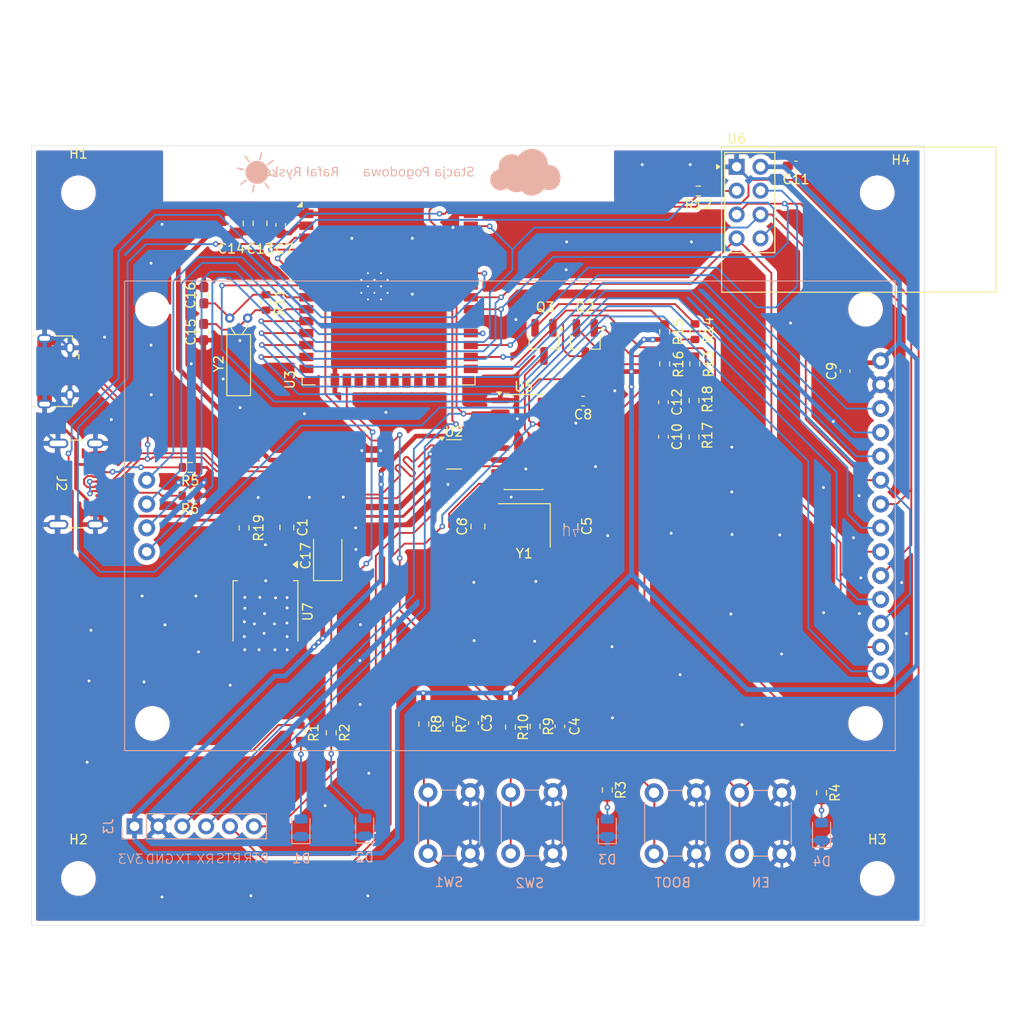
<source format=kicad_pcb>
(kicad_pcb (version 20241229) (generator "pcbnew") (generator_version "9.0")
  (layers (0 "F.Cu" signal) (2 "B.Cu" signal) (13 "F.Paste" user) (15 "B.Paste" user) (5 "F.SilkS" user "F.Silkscreen") (7 "B.SilkS" user "B.Silkscreen") (1 "F.Mask" user) (3 "B.Mask" user) (25 "Edge.Cuts" user))
  (net 0 "")
  (net 1 "+3.3V")
  (net 2 "GND")
  (net 3 "Net-(U5-XI)")
  (net 4 "Net-(U5-XO)")
  (net 5 "Net-(C12-Pad1)")
  (net 6 "Net-(D1-A)")
  (net 7 "Net-(D2-A)")
  (net 8 "Net-(D3-A)")
  (net 9 "Net-(D4-A)")
  (net 10 "/CH340_UD-")
  (net 12 "/CH340_UD+")
  (net 13 "/CH340_DTR")
  (net 14 "/CH340_RTS")
  (net 15 "/CH340_TX")
  (net 16 "/CH340_RX")
  (net 17 "VBUS")
  (net 18 "/ESP_ENABLE")
  (net 19 "Net-(Q2-B)")
  (net 20 "/ESP_BOOT")
  (net 21 "/LED1")
  (net 22 "/LED2")
  (net 23 "/Button_1")
  (net 24 "/Button_2")
  (net 25 "/NRF_IRQ")
  (net 26 "/LCD_SCK")
  (net 27 "/LCD_MOSI")
  (net 28 "/NRF_CSN")
  (net 29 "/LCD_MISO")
  (net 30 "/LCD_DC")
  (net 31 "/T_CS")
  (net 32 "/LCD_LED")
  (net 33 "/T_IRQ")
  (net 34 "/SD_CS")
  (net 35 "/LCD_RST")
  (net 36 "/LCD_CS")
  (net 42 "Net-(C3-Pad2)")
  (net 43 "Net-(C4-Pad2)")
  (net 44 "Net-(C10-Pad1)")
  (net 45 "Net-(U3-IO33)")
  (net 46 "Net-(U3-IO32)")
  (net 47 "/USB_D-")
  (net 48 "/USB_D+")
  (net 49 "Net-(J2-CC2)")
  (net 50 "Net-(J2-CC1)")
  (net 53 "Net-(Q3-B)")
  (net 54 "/NRF_CE")
  (net 66 "Net-(U7-FLAG{slash}ADJ)")
  (footprint "Wyswietlacz_LCD:chmurka" (layer "F.Cu") (at 147.325 56.075)
    (property "Reference" "G***" (hide yes))
    (property "Value" "LOGO" (hide yes))
  )
  (footprint "Resistor_SMD:R_0603_1608Metric" (layer "F.Cu") (at 165.5822 76.2132 90)
    (property "Reference" "R13")
    (property "Value" "10k")
  )
  (footprint "Capacitor_SMD:C_0603_1608Metric_Pad1.08x0.95mm_HandSolder" (layer "F.Cu") (at 162.2552 80.2894 -90)
    (property "Reference" "C12")
    (property "Value" "100n")
  )
  (footprint "MountingHole:MountingHole_3.2mm_M3" (layer "F.Cu") (at 100 58)
    (property "Reference" "H1")
    (property "Value" "MountingHole")
  )
  (footprint "Capacitor_SMD:C_0603_1608Metric_Pad1.08x0.95mm_HandSolder" (layer "F.Cu") (at 142.0368 114.4524 -90)
    (property "Reference" "C3")
    (property "Value" "100n")
  )
  (footprint "Capacitor_SMD:C_0603_1608Metric_Pad1.08x0.95mm_HandSolder" (layer "F.Cu") (at 113.35 68.9125 90)
    (property "Reference" "C16")
    (property "Value" "22p")
  )
  (footprint "Resistor_SMD:R_0603_1608Metric" (layer "F.Cu") (at 126.8984 115.483 -90)
    (property "Reference" "R2")
    (property "Value" "240")
  )
  (footprint "Resistor_SMD:R_0603_1608Metric" (layer "F.Cu") (at 136.7536 114.554 90)
    (property "Reference" "R8")
    (property "Value" "1k")
  )
  (footprint "Capacitor_SMD:C_0603_1608Metric_Pad1.08x0.95mm_HandSolder" (layer "F.Cu") (at 121.525 61.425 -90)
    (property "Reference" "C7")
    (property "Value" "100n")
  )
  (footprint "Resistor_SMD:R_0603_1608Metric" (layer "F.Cu") (at 162.3822 76.2132 -90)
    (property "Reference" "R16")
    (property "Value" "10k")
  )
  (footprint "Resistor_SMD:R_0603_1608Metric" (layer "F.Cu") (at 162.3822 72.7882 -90)
    (property "Reference" "R15")
    (property "Value" "10k")
  )
  (footprint "Wyswietlacz_LCD:sloneczko" (layer "F.Cu") (at 119 55.825)
    (property "Reference" "G***" (hide yes))
    (property "Value" "LOGO" (hide yes))
  )
  (footprint "Resistor_SMD:R_0603_1608Metric" (layer "F.Cu") (at 165.506 83.9985 -90)
    (property "Reference" "R17")
    (property "Value" "1k")
  )
  (footprint "Resistor_SMD:R_0603_1608Metric" (layer "F.Cu") (at 111.8652 90.2344 180)
    (property "Reference" "R6")
    (property "Value" "5k1")
  )
  (footprint "Resistor_SMD:R_0603_1608Metric" (layer "F.Cu") (at 145.9738 114.8842 90)
    (property "Reference" "R10")
    (property "Value" "1k")
  )
  (footprint "Capacitor_SMD:C_0603_1608Metric_Pad1.08x0.95mm_HandSolder" (layer "F.Cu") (at 113.325 72.825 -90)
    (property "Reference" "C15")
    (property "Value" "22p")
  )
  (footprint "Capacitor_SMD:C_0603_1608Metric_Pad1.08x0.95mm_HandSolder" (layer "F.Cu") (at 162.2552 83.9713 -90)
    (property "Reference" "C10")
    (property "Value" "100n")
  )
  (footprint "Capacitor_SMD:C_0805_2012Metric_Pad1.18x1.45mm_HandSolder" (layer "F.Cu") (at 122.175 93.625 -90)
    (property "Reference" "C1")
    (property "Value" "10u")
  )
  (footprint "Resistor_SMD:R_0603_1608Metric" (layer "F.Cu") (at 165.9636 57.8104 180)
    (property "Reference" "R12")
    (property "Value" "10k")
  )
  (footprint "Capacitor_SMD:C_0603_1608Metric_Pad1.08x0.95mm_HandSolder" (layer "F.Cu") (at 151.2316 114.808 -90)
    (property "Reference" "C4")
    (property "Value" "100n")
  )
  (footprint "Capacitor_SMD:C_0603_1608Metric_Pad1.08x0.95mm_HandSolder" (layer "F.Cu") (at 153.6958 80.1775 180)
    (property "Reference" "C8")
    (property "Value" "100n")
  )
  (footprint "Package_TO_SOT_SMD:SOT-23-6" (layer "F.Cu") (at 139.9708 85.8475)
    (property "Reference" "U2")
    (property "Value" "USBLC6-2SC6")
  )
  (footprint "Resistor_SMD:R_0603_1608Metric" (layer "F.Cu") (at 179.0744 121.8738 -90)
    (property "Reference" "R4")
    (property "Value" "240")
  )
  (footprint "Capacitor_SMD:C_0603_1608Metric_Pad1.08x0.95mm_HandSolder" (layer "F.Cu") (at 176.3511 55.1434 180)
    (property "Reference" "C11")
    (property "Value" "100n")
  )
  (footprint "MountingHole:MountingHole_3.2mm_M3" (layer "F.Cu") (at 100 131)
    (property "Reference" "H2")
    (property "Value" "MountingHole")
  )
  (footprint "Resistor_SMD:R_0603_1608Metric" (layer "F.Cu") (at 139.319 114.554 -90)
    (property "Reference" "R7")
    (property "Value" "1k")
  )
  (footprint "Package_TO_SOT_SMD:SOT-23_Handsoldering" (layer "F.Cu") (at 149.5375 73.875 -90)
    (property "Reference" "Q3")
    (property "Value" "BC547")
  )
  (footprint "Package_TO_SOT_SMD:SOT-23_Handsoldering" (layer "F.Cu") (at 153.9342 73.89 -90)
    (property "Reference" "Q2")
    (property "Value" "BC547")
  )
  (footprint "Capacitor_Tantalum_SMD:CP_EIA-3528-21_Kemet-B_HandSolder" (layer "F.Cu") (at 126.525 96.65 90)
    (property "Reference" "C17")
    (property "Value" "22u")
  )
  (footprint "Resistor_SMD:R_0603_1608Metric" (layer "F.Cu") (at 165.506 80.1166 -90)
    (property "Reference" "R18")
    (property "Value" "1k")
  )
  (footprint "RF_Module:ESP32-WROOM-32E" (layer "F.Cu") (at 133 65.5)
    (property "Reference" "U3")
    (property "Value" "ESP32-WROOM-32E-N4")
  )
  (footprint "Capacitor_SMD:C_0805_2012Metric_Pad1.18x1.45mm_HandSolder" (layer "F.Cu") (at 119.325 61.25 -90)
    (property "Reference" "C13")
    (property "Value" "10u")
  )
  (footprint "Package_TO_SOT_SMD:TO-252-5_TabPin3" (layer "F.Cu") (at 119.9 102.615 -90)
    (property "Reference" "U7")
    (property "Value" "LM39101RS")
  )
  (footprint "Capacitor_SMD:C_0805_2012Metric_Pad1.18x1.45mm_HandSolder" (layer "F.Cu") (at 152.4164 93.484 -90)
    (property "Reference" "C5")
    (property "Value" "22p")
  )
  (footprint "Wyswietlacz_LCD:USB_C_Receptacle_TME" (layer "F.Cu") (at 98.7 89 -90)
    (property "Reference" "J2")
    (property "Value" "USB_C_Receptacle_USB2.0_16P")
  )
  (footprint "Resistor_SMD:R_0603_1608Metric" (layer "F.Cu") (at 117.625 93.675 90)
    (property "Reference" "R19")
    (property "Value" "100k")
  )
  (footprint "Resistor_SMD:R_0603_1608Metric" (layer "F.Cu") (at 148.59 114.8092 -90)
    (property "Reference" "R9")
    (property "Value" "1k")
  )
  (footprint "Resistor_SMD:R_0603_1608Metric" (layer "F.Cu") (at 111.8902 87.2344 180)
    (property "Reference" "R5")
    (property "Value" "5k1")
  )
  (footprint "Capacitor_SMD:C_0805_2012Metric_Pad1.18x1.45mm_HandSolder" (layer "F.Cu") (at 142.5104 93.5348 90)
    (property "Reference" "C6")
    (property "Value" "22p")
  )
  (footprint "Resistor_SMD:R_0603_1608Metric" (layer "F.Cu") (at 156.2744 121.5863 -90)
    (property "Reference" "R3")
    (property "Value" "240")
  )
  (footprint "Capacitor_SMD:C_0603_1608Metric_Pad1.08x0.95mm_HandSolder" (layer "F.Cu") (at 181.5846 76.9885 90)
    (property "Reference" "C9")
    (property "Value" "100n")
  )
  (footprint "Connector_USB:USB_Micro-B_Amphenol_10118194-0001LF_Horizontal" (layer "F.Cu") (at 97.7 77 -90)
    (property "Reference" "J1" (hide yes))
    (property "Value" "10118194-0001LF")
  )
  (footprint "Package_SO:SOIC-16_3.9x9.9mm_P1.27mm" (layer "F.Cu") (at 147.3708 84.5425)
    (property "Reference" "U5")
    (property "Value" "CH340G")
  )
  (footprint "Capacitor_SMD:C_0805_2012Metric_Pad1.18x1.45mm_HandSolder" (layer "F.Cu") (at 116.8 61.25 -90)
    (property "Reference" "C14")
    (property "Value" "10u")
  )
  (footprint "MountingHole:MountingHole_3.2mm_M3" (layer "F.Cu") (at 185 131)
    (property "Reference" "H3")
    (property "Value" "MountingHole")
  )
  (footprint "Crystal:Crystal_DS26_D2.0mm_L6.0mm_Horizontal" (layer "F.Cu") (at 116.1 71.345)
    (property "Reference" "Y2")
    (property "Value" "32768Hz")
  )
  (footprint "Resistor_SMD:R_0603_1608Metric" (layer "F.Cu") (at 123.6042 115.489 -90)
    (property "Reference" "R1")
    (property "Value" "240")
  )
  (footprint "RF_Module:nRF24L01_Breakout" (layer "F.Cu") (at 170.0397 55.2334)
    (property "Reference" "U6")
    (property "Value" "NRF24L01_Breakout")
  )
  (footprint "MountingHole:MountingHole_3.2mm_M3" (layer "F.Cu") (at 185 58)
    (property "Reference" "H4")
    (property "Value" "MountingHole")
  )
  (footprint "Crystal:Crystal_SMD_3225-4Pin_3.2x2.5mm_HandSoldering" (layer "F.Cu") (at 147.4458 93.4125 180)
    (property "Reference" "Y1")
    (property "Value" "3225-12M-SR")
  )
  (footprint "Resistor_SMD:R_0603_1608Metric" (layer "F.Cu") (at 165.6072 72.7882 -90)
    (property "Reference" "R14")
    (property "Value" "10k")
  )
  (footprint "Resistor_SMD:R_0603_1608Metric" (layer "F.Cu") (at 119.95 69.675 -90)
    (property "Reference" "R11")
    (property "Value" "10M")
  )
  (footprint "Button_Switch_THT:SW_PUSH_6mm_H4.3mm" (layer "B.Cu") (at 170.35 121.875 -90)
    (property "Reference" "EN")
    (property "Value" "SW_MEC_5G")
  )
  (footprint "LED_SMD:LED_0805_2012Metric" (layer "B.Cu") (at 130.4544 125.5522 90)
    (property "Reference" "D2")
    (property "Value" "LTST-C171KGKT")
  )
  (footprint "Button_Switch_THT:SW_PUSH_6mm_H4.3mm" (layer "B.Cu") (at 161.25 121.875 -90)
    (property "Reference" "BOOT")
    (property "Value" "SW_MEC_5G")
  )
  (footprint "Button_Switch_THT:SW_PUSH_6mm_H4.3mm" (layer "B.Cu") (at 141.696 128.345 90)
    (property "Reference" "SW1")
    (property "Value" "SW_MEC_5G")
  )
  (footprint "Connector_PinSocket_2.54mm:PinSocket_1x06_P2.54mm_Vertical" (layer "B.Cu") (at 105.9688 125.4506 -90)
    (property "Reference" "J3")
    (property "Value" "PROG")
  )
  (footprint "Button_Switch_THT:SW_PUSH_6mm_H4.3mm" (layer "B.Cu") (at 150.496 128.345 90)
    (property "Reference" "SW2")
    (property "Value" "SW_MEC_5G")
  )
  (footprint "Wyswietlacz_LCD:LCD_2_8" (layer "B.Cu") (at 145.9152 92.3919)
    (property "Reference" "U4")
    (property "Value" "LCD")
  )
  (footprint "LED_SMD:LED_0805_2012Metric" (layer "B.Cu") (at 156.2744 125.6113 90)
    (property "Reference" "D3")
    (property "Value" "LTST-C171KGKT")
  )
  (footprint "LED_SMD:LED_0805_2012Metric" (layer "B.Cu") (at 179.0744 126.0113 90)
    (property "Reference" "D4")
    (property "Value" "LTST-C171KGKT")
  )
  (footprint "LED_SMD:LED_0805_2012Metric" (layer "B.Cu") (at 123.6726 125.6053 90)
    (property "Reference" "D1")
    (property "Value" "LTST-C171KGKT")
  )
  (gr_rect (start 95 53) (end 190 136) (stroke (width 0.05)) (fill no) (layer "Edge.Cuts"))
  (gr_text "RX" (at 114.55 129.525 0) (layer "B.SilkS") (effects (font (size 1 1) (thickness 0.1)) (justify left bottom mirror)))
  (gr_text "GND" (at 110.25 129.525 0) (layer "B.SilkS") (effects (font (size 1 1) (thickness 0.1)) (justify left bottom mirror)))
  (gr_text "RTS" (at 117.4 129.475 0) (layer "B.SilkS") (effects (font (size 1 1) (thickness 0.1)) (justify left bottom mirror)))
  (gr_text "DTR" (at 120.35 129.425 0) (layer "B.SilkS") (effects (font (size 1 1) (thickness 0.1)) (justify left bottom mirror)))
  (gr_text "Stacja Pogodowa 	Rafał Ryske" (at 142.15 56.425 0) (layer "B.SilkS") (effects (font (size 1 1) (thickness 0.1)) (justify left bottom mirror)))
  (gr_text "3V3" (at 107 129.525 0) (layer "B.SilkS") (effects (font (size 1 1) (thickness 0.1)) (justify left bottom mirror)))
  (gr_text "TX" (at 112.125 129.525 0) (layer "B.SilkS") (effects (font (size 1 1) (thickness 0.1)) (justify left bottom mirror)))
  (segment (start 125.5472 105.8722) (end 125.0722 106.3472) (width 0.5) (layer "F.Cu") (net 1))
  (segment (start 152.8333 80.1775) (end 152.8333 79.4167) (width 0.5) (layer "F.Cu") (net 1))
  (segment (start 133.375 86.45) (end 133.55 86.275) (width 0.5) (layer "F.Cu") (net 1))
  (segment (start 126.525 100.025) (end 125.875 100.675) (width 0.5) (layer "F.Cu") (net 1))
  (segment (start 181.6122 76.0984) (end 181.5846 76.126) (width 0.3) (layer "F.Cu") (net 1))
  (segment (start 136.7028 111.252) (end 136.7028 113.6782) (width 0.5) (layer "F.Cu") (net 1))
  (segment (start 160.1846 73.6346) (end 160.175 73.625) (width 0.3) (layer "F.Cu") (net 1))
  (segment (start 155.2118 77.0382) (end 162.3822 77.0382) (width 0.5) (layer "F.Cu") (net 1))
  (segment (start 125.875 100.675) (end 124.675 100.675) (width 0.5) (layer "F.Cu") (net 1))
  (segment (start 185.161792 76.0984) (end 181.6122 76.0984) (width 0.5) (layer "F.Cu") (net 1))
  (segment (start 114.0452 62.2875) (end 110.625 65.7077) (width 0.5) (layer "F.Cu") (net 1))
  (segment (start 136.7028 113.6782) (end 136.7536 113.729) (width 0.3) (layer "F.Cu") (net 1))
  (segment (start 145.9738 114.0592) (end 145.9738 111.252) (width 0.5) (layer "F.Cu") (net 1))
  (segment (start 158.8516 77.0382) (end 158.8516 78.6484) (width 0.5) (layer "F.Cu") (net 1))
  (segment (start 158.8516 78.6484) (end 158.85 78.65) (width 0.3) (layer "F.Cu") (net 1))
  (segment (start 133.55 86.275) (end 133.25 86.575) (width 0.3) (layer "F.Cu") (net 1))
  (segment (start 116.8 62.2875) (end 116.7202 62.2077) (width 0.3) (layer "F.Cu") (net 1))
  (segment (start 161.29 73.6346) (end 161.3154 73.6092) (width 0.3) (layer "F.Cu") (net 1))
  (segment (start 161.1122 73.6346) (end 160.1846 73.6346) (width 0.5) (layer "F.Cu") (net 1))
  (segment (start 118.76 97.575) (end 118.76 99.635) (width 0.5) (layer "F.Cu") (net 1))
  (segment (start 161.3154 73.6092) (end 162.3782 73.6092) (width 0.5) (layer "F.Cu") (net 1))
  (segment (start 121.525 62.2875) (end 122.4875 62.2875) (width 0.5) (layer "F.Cu") (net 1))
  (segment (start 149.8483 80.1) (end 152.7508 80.1) (width 0.5) (layer "F.Cu") (net 1))
  (segment (start 119.175 100.05) (end 124.05 100.05) (width 0.5) (layer "F.Cu") (net 1))
  (segment (start 118.76 99.635) (end 119.175 100.05) (width 0.5) (layer "F.Cu") (net 1))
  (segment (start 120.375 86.45) (end 133.375 86.45) (width 0.5) (layer "F.Cu") (net 1))
  (segment (start 125.9847 101.9847) (end 125.9847 105.4347) (width 0.5) (layer "F.Cu") (net 1))
  (segment (start 152.7533 80.0975) (end 152.8333 80.1775) (width 0.3) (layer "F.Cu") (net 1))
  (segment (start 149.8458 80.0975) (end 149.8483 80.1) (width 0.5) (layer "F.Cu") (net 1))
  (segment (start 144.8883 83.9) (end 144.8958 83.9075) (width 0.5) (layer "F.Cu") (net 1))
  (segment (start 110.625 65.7077) (end 110.625 76.7) (width 0.5) (layer "F.Cu") (net 1))
  (segment (start 132.207 87.975) (end 132.207 87.6046) (width 0.5) (layer "F.Cu") (net 1))
  (segment (start 172.6697 55.1434) (end 172.5797 55.2334) (width 0.3) (layer "F.Cu") (net 1))
  (segment (start 119.325 62.2875) (end 121.525 62.2875) (width 0.5) (layer "F.Cu") (net 1))
  (segment (start 152.8333 79.4167) (end 155.2118 77.0382) (width 0.5) (layer "F.Cu") (net 1))
  (segment (start 152.7508 80.1) (end 152.7533 80.0975) (width 0.5) (layer "F.Cu") (net 1))
  (segment (start 110.625 76.7) (end 120.375 86.45) (width 0.5) (layer "F.Cu") (net 1))
  (segment (start 135.925 83.9) (end 144.8883 83.9) (width 0.5) (layer "F.Cu") (net 1))
  (segment (start 124.675 100.675) (end 125.9847 101.9847) (width 0.5) (layer "F.Cu") (net 1))
  (segment (start 116.8 62.2875) (end 119.325 62.2875) (width 0.5) (layer "F.Cu") (net 1))
  (segment (start 132.207 87.975) (end 132.207 89.0524) (width 0.5) (layer "F.Cu") (net 1))
  (segment (start 175.4886 55.1434) (end 172.6697 55.1434) (width 0.3) (layer "F.Cu") (net 1))
  (segment (start 133.25 86.575) (end 132.2204 87.6046) (width 0.5) (layer "F.Cu") (net 1))
  (segment (start 116.8 62.2875) (end 114.0452 62.2875) (width 0.5) (layer "F.Cu") (net 1))
  (segment (start 123.265 61.51) (end 124.25 61.51) (width 0.3) (layer "F.Cu") (net 1))
  (segment (start 161.1122 73.6346) (end 161.29 73.6346) (width 0.3) (layer "F.Cu") (net 1))
  (segment (start 124.05 100.05) (end 124.675 100.675) (width 0.5) (layer "F.Cu") (net 1))
  (segment (start 185.363572 75.89662) (end 185.161792 76.0984) (width 0.3) (layer "F.Cu") (net 1))
  (segment (start 133.25 86.575) (end 135.925 83.9) (width 0.5) (layer "F.Cu") (net 1))
  (segment (start 162.3782 73.6092) (end 162.3822 73.6132) (width 0.3) (layer "F.Cu") (net 1))
  (segment (start 122.4875 62.2875) (end 123.265 61.51) (width 0.5) (layer "F.Cu") (net 1))
  (segment (start 126.525 98.2775) (end 126.525 100.025) (width 0.5) (layer "F.Cu") (net 1))
  (segment (start 125.9847 105.4347) (end 125.5472 105.8722) (width 0.5) (layer "F.Cu") (net 1))
  (via (at 161.1122 73.6346) (size 0.6) (drill 0.3) (layers "F.Cu" "B.Cu") (net 1))
  (via (at 136.7028 111.252) (size 0.6) (drill 0.3) (layers "F.Cu" "B.Cu") (net 1))
  (via (at 160.175 73.625) (size 0.6) (drill 0.3) (layers "F.Cu" "B.Cu") (net 1))
  (via (at 125.9847 105.4347) (size 0.6) (drill 0.3) (layers "F.Cu" "B.Cu") (net 1))
  (via (at 158.85 78.65) (size 0.6) (drill 0.3) (layers "F.Cu" "B.Cu") (net 1))
  (via (at 132.207 89.0524) (size 0.6) (drill 0.3) (layers "F.Cu" "B.Cu") (net 1))
  (via (at 125.0722 106.3472) (size 0.6) (drill 0.3) (layers "F.Cu" "B.Cu") (net 1))
  (via (at 145.9738 111.252) (size 0.6) (drill 0.3) (layers "F.Cu" "B.Cu") (net 1))
  (via (at 125.5472 105.8722) (size 0.6) (drill 0.3) (layers "F.Cu" "B.Cu") (net 1))
  (via (at 132.207 87.975) (size 0.6) (drill 0.3) (layers "F.Cu" "B.Cu") (net 1))
  (via (at 158.8516 77.0382) (size 0.6) (drill 0.3) (layers "F.Cu" "B.Cu") (net 1))
  (segment (start 189.2046 108.3056) (end 186.6138 110.8964) (width 0.5) (layer "B.Cu") (net 1))
  (segment (start 125.9847 105.4347) (end 125.5472 105.8722) (width 0.5) (layer "B.Cu") (net 1))
  (segment (start 158.85 77.0398) (end 158.8516 77.0382) (width 0.5) (layer "B.Cu") (net 1))
  (segment (start 185.363572 75.89662) (end 187.3758 73.884392) (width 0.5) (layer "B.Cu") (net 1))
  (segment (start 171.1706 110.8964) (end 158.8516 98.5774) (width 0.5) (layer "B.Cu") (net 1))
  (segment (start 105.9688 124.3562) (end 105.9688 125.4506) (width 0.5) (layer "B.Cu") (net 1))
  (segment (start 160.175 73.625) (end 161.1026 73.625) (width 0.5) (layer "B.Cu") (net 1))
  (segment (start 125.5472 105.8722) (end 125.0722 106.3472) (width 0.5) (layer "B.Cu") (net 1))
  (segment (start 136.7028 111.252) (end 135.8646 111.252) (width 0.5) (layer "B.Cu") (net 1))
  (segment (start 158.8516 78.6516) (end 158.8516 98.5774) (width 0.5) (layer "B.Cu") (net 1))
  (segment (start 187.3758 67.5132) (end 175.0949 55.2323) (width 0.5) (layer "B.Cu") (net 1))
  (segment (start 133.9342 113.1824) (end 133.9342 126.6444) (width 0.5) (layer "B.Cu") (net 1))
  (segment (start 132.207 99.2124) (end 125.9847 105.4347) (width 0.5) (layer "B.Cu") (net 1))
  (segment (start 161.1026 73.625) (end 161.1122 73.6346) (width 0.3) (layer "B.Cu") (net 1))
  (segment (start 175.0949 55.2323) (end 175.0938 55.2334) (width 0.5) (layer "B.Cu") (net 1))
  (segment (start 132.207 87.975) (end 132.207 89.0524) (width 0.5) (layer "B.Cu") (net 1))
  (segment (start 105.9688 126.8938) (end 105.9688 125.4506) (width 0.5) (layer "B.Cu") (net 1))
  (segment (start 125.0722 106.3472) (end 121.9694 109.45) (width 0.5) (layer "B.Cu") (net 1))
  (segment (start 120.875 109.45) (end 105.9688 124.3562) (width 0.5) (layer "B.Cu") (net 1))
  (segment (start 175.0938 55.2334) (end 172.5797 55.2334) (width 0.5) (layer "B.Cu") (net 1))
  (segment (start 135.8646 111.252) (end 133.9342 113.1824) (width 0.5) (layer "B.Cu") (net 1))
  (segment (start 107.3958 128.3208) (end 105.9688 126.8938) (width 0.5) (layer "B.Cu") (net 1))
  (segment (start 146.177 111.252) (end 136.7028 111.252) (width 0.5) (layer "B.Cu") (net 1))
  (segment (start 160.1 73.65) (end 158.8516 74.8984) (width 0.5) (layer "B.Cu") (net 1))
  (segment (start 158.8516 98.5774) (end 146.177 111.252) (width 0.5) (layer "B.Cu") (net 1))
  (segment (start 158.85 78.65) (end 158.85 77.0398) (width 0.5) (layer "B.Cu") (net 1))
  (segment (start 187.3758 73.884392) (end 187.3758 67.5132) (width 0.5) (layer "B.Cu") (net 1))
  (segment (start 121.9694 109.45) (end 120.875 109.45) (width 0.5) (layer "B.Cu") (net 1))
  (segment (start 132.207 89.0524) (end 132.207 99.2124) (width 0.5) (layer "B.Cu") (net 1))
  (segment (start 187.3758 73.884392) (end 189.2046 75.713192) (width 0.5) (layer "B.Cu") (net 1))
  (segment (start 160.15 73.65) (end 160.1 73.65) (width 0.3) (layer "B.Cu") (net 1))
  (segment (start 158.8516 74.8984) (end 158.8516 77.0382) (width 0.5) (layer "B.Cu") (net 1))
  (segment (start 186.6138 110.8964) (end 171.1706 110.8964) (width 0.5) (layer "B.Cu") (net 1))
  (segment (start 160.175 73.625) (end 160.15 73.65) (width 0.3) (layer "B.Cu") (net 1))
  (segment (start 132.2578 128.3208) (end 107.3958 128.3208) (width 0.5) (layer "B.Cu") (net 1))
  (segment (start 133.9342 126.6444) (end 132.2578 128.3208) (width 0.5) (layer "B.Cu") (net 1))
  (segment (start 158.85 78.65) (end 158.8516 78.6516) (width 0.3) (layer "B.Cu") (net 1))
  (segment (start 189.2046 75.713192) (end 189.2046 108.3056) (width 0.5) (layer "B.Cu") (net 1))
  (segment (start 121.35 59.1) (end 121.525 59.275) (width 0.3) (layer "F.Cu") (net 2))
  (segment (start 119.325 60.2125) (end 120.3375 60.2125) (width 0.4) (layer "F.Cu") (net 2))
  (segment (start 100.85 78.725) (end 100.85 79.475) (width 0.3) (layer "F.Cu") (net 2))
  (segment (start 100.425 78.3) (end 100.85 78.725) (width 0.3) (layer "F.Cu") (net 2))
  (segment (start 119.325 59.25) (end 119.325 60.2125) (width 0.4) (layer "F.Cu") (net 2))
  (segment (start 102.38 85.8) (end 104.1 85.8) (width 0.3) (layer "F.Cu") (net 2))
  (segment (start 104.08 84.68) (end 101.805 84.68) (width 0.3) (layer "F.Cu") (net 2))
  (segment (start 100.7 79.475) (end 100.675 79.5) (width 0.3) (layer "F.Cu") (net 2))
  (segment (start 104.3 92.425) (end 104.3 93.275) (width 0.3) (layer "F.Cu") (net 2))
  (segment (start 104.3 93.275) (end 104.255 93.32) (width 0.3) (layer "F.Cu") (net 2))
  (segment (start 121.525 59.275) (end 121.525 60.5625) (width 0.4) (layer "F.Cu") (net 2))
  (segment (start 100.675 79.5) (end 99.1 79.5) (width 0.3) (layer "F.Cu") (net 2))
  (segment (start 119.35 59.1) (end 119.825 59.1) (width 0.3) (layer "F.Cu") (net 2))
  (segment (start 113.5 88.7) (end 113.35 88.85) (width 0.3) (layer "F.Cu") (net 2))
  (segment (start 119.35 59.225) (end 119.325 59.25) (width 0.3) (layer "F.Cu") (net 2))
  (segment (start 114.25 87.838178) (end 114.25 88.7) (width 0.3) (layer "F.Cu") (net 2))
  (segment (start 102.38 92.2) (end 104.075 92.2) (width 0.3) (layer "F.Cu") (net 2))
  (segment (start 119.925 97.6) (end 119.9 97.575) (width 0.3) (layer "F.Cu") (net 2))
  (segment (start 138.8333 85.8475) (end 137.4975 85.8475) (width 0.3) (layer "F.Cu") (net 2))
  (segment (start 104.075 92.2) (end 104.3 92.425) (width 0.3) (layer "F.Cu") (net 2))
  (segment (start 104.125 84.725) (end 104.08 84.68) (width 0.3) (layer "F.Cu") (net 2))
  (segment (start 115.25 59.1) (end 119.825 59.1) (width 0.3) (layer "F.Cu") (net 2))
  (segment (start 100.85 79.475) (end 100.7 79.475) (width 0.3) (layer "F.Cu") (net 2))
  (segment (start 120.6875 60.5625) (end 121.525 60.5625) (width 0.4) (layer "F.Cu") (net 2))
  (segment (start 113.646222 87.2344) (end 114.25 87.838178) (width 0.3) (layer "F.Cu") (net 2))
  (segment (start 99.1 78.3) (end 100.425 78.3) (width 0.3) (layer "F.Cu") (net 2))
  (segment (start 119.925 99.3) (end 119.925 97.6) (width 0.5) (layer "F.Cu") (net 2))
  (segment (start 104.1 85.8) (end 104.125 85.775) (width 0.3) (layer "F.Cu") (net 2))
  (segment (start 104.255 93.32) (end 101.805 93.32) (width 0.3) (layer "F.Cu") (net 2))
  (segment (start 112.7152 87.2344) (end 113.646222 87.2344) (width 0.3) (layer "F.Cu") (net 2))
  (segment (start 115.3625 60.2125) (end 114.75 59.6) (width 0.3) (layer "F.Cu") (net 2))
  (segment (start 116.85 59.1) (end 119.35 59.1) (width 0.3) (layer "F.Cu") (net 2))
  (segment (start 104.125 85.775) (end 104.125 84.725) (width 0.3) (layer "F.Cu") (net 2))
  (segment (start 114.25 88.7) (end 113.5 88.7) (width 0.3) (layer "F.Cu") (net 2))
  (segment (start 116.85 59.1) (end 116.8 59.15) (width 0.3) (layer "F.Cu") (net 2))
  (segment (start 114.75 59.6) (end 115.25 59.1) (width 0.3) (layer "F.Cu") (net 2))
  (segment (start 120.3375 60.2125) (end 120.6875 60.5625) (width 0.4) (layer "F.Cu") (net 2))
  (segment (start 116.8 59.15) (end 116.8 60.2125) (width 0.4) (layer "F.Cu") (net 2))
  (segment (start 119.35 59.1) (end 119.35 59.225) (width 0.3) (layer "F.Cu") (net 2))
  (segment (start 116.8 60.2125) (end 115.3625 60.2125) (width 0.3) (layer "F.Cu") (net 2))
  (segment (start 137.4975 85.8475) (end 137.45 85.8) (width 0.3) (layer "F.Cu") (net 2))
  (segment (start 119.825 59.1) (end 121.35 59.1) (width 0.3) (layer "F.Cu") (net 2))
  (via (at 183.25 99) (size 0.6) (drill 0.3) (layers "F.Cu" "B.Cu") (net 2))
  (via (at 151.95 63.225) (size 0.6) (drill 0.3) (layers "F.Cu" "B.Cu") (net 2))
  (via (at 119.225 106.65) (size 0.6) (drill 0.3) (layers "F.Cu" "B.Cu") (net 2))
  (via (at 139.325 89.05) (size 0.6) (drill 0.3) (layers "F.Cu" "B.Cu") (net 2))
  (via (at 147.6 87.4) (size 0.6) (drill 0.3) (layers "F.Cu" "B.Cu") (net 2))
  (via (at 119.75 104.9) (size 0.6) (drill 0.3) (layers "F.Cu" "B.Cu") (net 2))
  (via (at 156.325 94.5) (size 0.6) (drill 0.3) (layers "F.Cu" "B.Cu") (net 2))
  (via (at 132.725 81.375) (size 0.6) (drill 0.3) (layers "F.Cu" "B.Cu") (net 2))
  (via (at 146.05 90.4) (size 0.6) (drill 0.3) (layers "F.Cu" "B.Cu") (net 2))
  (via (at 115.4 77.825) (size 0.6) (drill 0.3) (layers "F.Cu" "B.Cu") (net 2))
  (via (at 122.2 101.1) (size 0.6) (drill 0.3) (layers "F.Cu" "B.Cu") (net 2))
  (via (at 151.9 66.2) (size 0.6) (drill 0.3) (layers "F.Cu" "B.Cu") (net 2))
  (via (at 169.425 102.85) (size 0.6) (drill 0.3) (layers "F.Cu" "B.Cu") (net 2))
  (via (at 112.5 100.925) (size 0.6) (drill 0.3) (layers "F.Cu" "B.Cu") (net 2))
  (via (at 175.775 71.875) (size 0.6) (drill 0.3) (layers "F.Cu" "B.Cu") (net 2))
  (via (at 119.125 90.45) (size 0.6) (drill 0.3) (layers "F.Cu" "B.Cu") (net 2))
  (via (at 119.3 101.075) (size 0.6) (drill 0.3) (layers "F.Cu" "B.Cu") (net 2))
  (via (at 101.325 104.575) (size 0.6) (drill 0.3) (layers "F.Cu" "B.Cu") (net 2))
  (via (at 160 55) (size 0.6) (drill 0.3) (layers "F.Cu" "B.Cu") (net 2))
  (via (at 180.325 82.35) (size 0.6) (drill 0.3) (layers "F.Cu" "B.Cu") (net 2))
  (via (at 132.15 85.45) (size 0.6) (drill 0.3) (layers "F.Cu" "B.Cu") (net 2))
  (via (at 169.525 89.85) (size 0.6) (drill 0.3) (layers "F.Cu" "B.Cu") (net 2))
  (via (at 156.825 113.9) (size 0.6) (drill 0.3) (layers "F.Cu" "B.Cu") (net 2))
  (via (at 106.775 100.925) (size 0.6) (drill 0.3) (layers "F.Cu" "B.Cu") (net 2))
  (via (at 148.675 99.375) (size 0.6) (drill 0.3) (layers "F.Cu" "B.Cu") (net 2))
  (via (at 117.2 80.875) (size 0.6) (drill 0.3) (layers "F.Cu" "B.Cu") (net 2))
  (via (at 130.9 119.8) (size 0.6) (drill 0.3) (layers "F.Cu" "B.Cu") (net 2))
  (via (at 101.125 109.975) (size 0.6) (drill 0.3) (layers "F.Cu" "B.Cu") (net 2))
  (via (at 117.175 73.725) (size 0.6) (drill 0.3) (layers "F.Cu" "B.Cu") (net 2))
  (via (at 120.975 101.125) (size 0.6) (drill 0.3) (layers "F.Cu" "B.Cu") (net 2))
  (via (at 112.775 106.875) (size 0.6) (drill 0.3) (layers "F.Cu" "B.Cu") (net 2))
  (via (at 118.35 132.85) (size 0.6) (drill 0.3) (layers "F.Cu" "B.Cu") (net 2))
  (via (at 117.65 103.675) (size 0.6) (drill 0.3) (layers "F.Cu" "B.Cu") (net 2))
  (via (at 135.525 68.8) (size 0.6) (drill 0.3) (layers "F.Cu" "B.Cu") (net 2))
  (via (at 146.7 82.05) (size 0.6) (drill 0.3) (layers "F.Cu" "B.Cu") (net 2))
  (via (at 113.35 88.85) (size 0.6) (drill 0.3) (layers "F.Cu" "B.Cu") (net 2))
  (via (at 120.85 103.9) (size 0.6) (drill 0.3) (layers "F.Cu" "B.Cu") (net 2))
  (via (at 117.7 102.225) (size 0.6) (drill 0.3) (layers "F.Cu" "B.Cu") (net 2))
  (via (at 119.925 99.3) (size 0.6) (drill 0.3) (layers "F.Cu" "B.Cu") (net 2))
  (via (at 128.175 90.4) (size 0.6) (drill 0.3) (layers "F.Cu" "B.Cu") (net 2))
  (via (at 102.775 73.375) (size 0.6) (drill 0.3) (layers "F.Cu" "B.Cu") (net 2))
  (via (at 164.025 109.3) (size 0.6) (drill 0.3) (layers "F.Cu" "B.Cu") (net 2))
  (via (at 129.975 112.475) (size 0.6) (drill 0.3) (layers "F.Cu" "B.Cu") (net 2))
  (via (at 120.9 106.65) (size 0.6) (drill 0.3) (layers "F.Cu" "B.Cu") (net 2))
  (via (at 110.65 88.85) (size 0.6) (drill 0.3) (layers "F.Cu" "B.Cu") (net 2))
  (via (at 182.475 94.725) (size 0.6) (drill 0.3) (layers "F.Cu" "B.Cu") (net 2))
  (via (at 107.725 65.5) (size 0.6) (drill 0.3) (layers "F.Cu" "B.Cu") (net 2))
  (via (at 169.55 94.375) (size 0.6) (drill 0.3) (layers "F.Cu" "B.Cu") (net 2))
  (via (at 142.1 105.675) (size 0.6) (drill 0.3) (layers "F.Cu" "B.Cu") (net 2))
  (via (at 155.025 87.15) (size 0.6) (drill 0.3) (layers "F.Cu" "B.Cu") (net 2))
  (via (at 117.7 106.65) (size 0.6) (drill 0.3) (layers "F.Cu" "B.Cu") (net 2))
  (via (at 117.7 101.075) (size 0.6) (drill 0.3) (layers "F.Cu" "B.Cu") (net 2))
  (via (at 108.9 132.975) (size 0.6) (drill 0.3) (layers "F.Cu" "B.Cu") (net 2))
  (via (at 174.825 107.1) (size 0.6) (drill 0.3) (layers "F.Cu" "B.Cu") (net 2))
  (via (at 124.05 81.525) (size 0.6) (drill 0.3) (layers "F.Cu" "B.Cu") (net 2))
  (via (at 183.075 90.25) (size 0.6) (drill 0.3) (layers "F.Cu" "B.Cu") (net 2))
  (via (at 130.15 85.45) (size 0.6) (drill 0.3) (layers "F.Cu" "B.Cu") (net 2))
  (via (at 170.6 114.625) (size 0.6) (drill 0.3) (layers "F.Cu" "B.Cu") (net 2))
  (via (at 122.2 106.65) (size 0.6) (drill 0.3) (layers "F.Cu" "B.Cu") (net 2))
  (via (at 183.1 102.8) (size 0.6) (drill 0.3) (layers "F.Cu" "B.Cu") (net 2))
  (via (at 116.15 110.425) (size 0.6) (drill 0.3) (layers "F.Cu" "B.Cu") (net 2))
  (via (at 103.5 82.15) (size 0.6) (drill 0.3) (layers "F.Cu" "B.Cu") (net 2))
  (via (at 179.3 102.7) (size 0.6) (drill 0.3) (layers "F.Cu" "B.Cu") (net 2))
  (via (at 107.725 74.225) (size 0.6) (drill 0.3) (layers "F.Cu" "B.Cu") (net 2))
  (via (at 122.2 105.25) (size 0.6) (drill 0.3) (layers "F.Cu" "B.Cu") (net 2))
  (via (at 157.075 79.075) (size 0.6) (drill 0.3) (layers "F.Cu" "B.Cu") (net 2))
  (via (at 109.2 104) (size 0.6) (drill 0.3) (layers "F.Cu" "B.Cu") (net 2))
  (via (at 188.1 104.925) (size 0.6) (drill 0.3) (layers "F.Cu" "B.Cu") (net 2))
  (via (at 118.725 103.9) (size 0.6) (drill 0.3) (layers "F.Cu" "B.Cu") (net 2))
  (via (at 129.525 95.975) (size 0.6) (drill 0.3) (layers "F.Cu" "B.Cu") (net 2))
  (via (at 122.2 102.2) (size 0.6) (drill 0.3) (layers "F.Cu" "B.Cu") (net 2))
  (via (at 174.625 94.425) (size 0.6) (drill 0.3) (layers "F.Cu" "B.Cu") (net 2))
  (via (at 163.075 94.25) (size 0.6) (drill 0.3) (layers "F.Cu" "B.Cu") (net 2))
  (via (at 112 76.2) (size 0.6) (drill 0.3) (layers "F.Cu" "B.Cu") (net 2))
  (via (at 108.9 61.35) (size 0.6) (drill 0.3) (layers "F.Cu" "B.Cu") (net 2))
  (via (at 117.65 105.25) (size 0.6) (drill 0.3) (layers "F.Cu" "B.Cu") (net 2))
  (via (at 130.8 132.85) (size 0.6) (drill 0.3) (layers "F.Cu" "B.Cu") (net 2))
  (via (at 142.075 99.475) (size 0.6) (drill 0.3) (layers "F.Cu" "B.Cu") (net 2))
  (via (at 135.525 62.85) (size 0.6) (drill 0.3) (layers "F.Cu" "B.Cu") (net 2))
  (via (at 152.925 82.525) (size 0.6) (drill 0.3) (layers "F.Cu" "B.Cu") (net 2))
  (via (at 156.775 106.325) (size 0.6) (drill 0.3) (layers "F.Cu" "B.Cu") (net 2))
  (via (at 179.275 89.375) (size 0.6) (drill 0.3) (layers "F.Cu" "B.Cu") (net 2))
  (via (at 100.925 118.625) (size 0.6) (drill 0.3) (layers "F.Cu" "B.Cu") (net 2))
  (via (at 129.5 93.675) (size 0.6) (drill 0.3) (layers "F.Cu" "B.Cu") (net 2))
  (via (at 130 103.975) (size 0.6) (drill 0.3) (layers "F.Cu" "B.Cu") (net 2))
  (via (at 165.1 55) (size 0.6) (drill 0.3) (layers "F.Cu" "B.Cu") (net 2))
  (via (at 119.9 95.475) (size 0.6) (drill 0.3) (layers "F.Cu" "B.Cu") (net 2))
  (via (at 137.45 85.8) (size 0.6) (drill 0.3) (layers "F.Cu" "B.Cu") (net 2))
  (via (at 140.45 92.75) (size 0.6) (drill 0.3) (layers "F.Cu" "B.Cu") (net 2))
  (via (at 106.975 110.075) (size 0.6) (drill 0.3) (layers "F.Cu" "B.Cu") (net 2))
  (via (at 119.8 102.8) (size 0.6) (drill 0.3) (layers "F.Cu" "B.Cu") (net 2))
  (via (at 129.95 107.8) (size 0.6) (drill 0.3) (layers "F.Cu" "B.Cu") (net 2))
  (via (at 129.1 62.85) (size 0.6) (drill 0.3) (layers "F.Cu" "B.Cu") (net 2))
  (via (at 148.55 105.75) (size 0.6) (drill 0.3) (layers "F.Cu" "B.Cu") (net 2))
  (via (at 169.525 85.075) (size 0.6) (drill 0.3) (layers "F.Cu" "B.Cu") (net 2))
  (via (at 187.6 99.5) (size 0.6) (drill 0.3) (layers "F.Cu" "B.Cu") (net 2))
  (via (at 146.55 71.5) (size 0.6) (drill 0.3) (layers "F.Cu" "B.Cu") (net 2))
  (via (at 126.25 123.25) (size 0.6) (drill 0.3) (layers "F.Cu" "B.Cu") (net 2))
  (via (at 165.225 63.225) (size 0.6) (drill 0.3) (layers "F.Cu" "B.Cu") (net 2))
  (via (at 139.85 61.7) (size 0.6) (drill 0.3) (layers "F.Cu" "B.Cu") (net 2))
  (via (at 122.175 103.8) (size 0.6) (drill 0.3) (layers "F.Cu" "B.Cu") (net 2))
  (via (at 124.575 90.425) (size 0.6) (drill 0.3) (layers "F.Cu" "B.Cu") (net 2))
  (via (at 107.75 79.5) (size 0.6) (drill 0.3) (layers "F.Cu" "B.Cu") (net 2))
  (segment (start 148.0564 130.7846) (end 154.4066 130.7846) (width 0.3) (layer "B.Cu") (net 2))
  (segment (start 141.696 128.345) (end 141.696 121.845) (width 0.3) (layer "B.Cu") (net 2))
  (segment (start 154.4066 130.7846) (end 154.432 130.7846) (width 0.3) (layer "B.Cu") (net 2))
  (segment (start 174.9146 56.4896) (end 171.2959 56.4896) (width 0.3) (layer "B.Cu") (net 2))
  (segment (start 165.7752 128.2942) (end 165.7752 121.7942) (width 0.3) (layer "B.Cu") (net 2))
  (segment (start 139.1412 130.7846) (end 139.2564 130.7846) (width 0.3) (layer "B.Cu") (net 2))
  (segment (start 96.4 80.5) (end 96.4 83.455) (width 0.3) (layer "B.Cu") (net 2))
  (segment (start 130.4013 126.5428) (end 130.4544 126.4897) (width 0.3) (layer "B.Cu") (net 2))
  (segment (start 99.1 74.5) (end 98.9856 74.5) (width 0.3) (layer "B.Cu") (net 2))
  (segment (start 97.625 120.9) (end 107.5096 130.7846) (width 0.3) (layer "B.Cu") (net 2))
  (segment (start 96.4 83.455) (end 97.625 84.68) (width 0.3) (layer "B.Cu") (net 2))
  (segment (start 107.5096 130.7846) (end 139.5476 130.7846) (width 0.3) (layer "B.Cu") (net 2))
  (segment (start 137.45 85.8) (end 137.844912 86.194912) (width 0.3) (layer "B.Cu") (net 2))
  (segment (start 148.1835 130.6575) (end 150.496 128.345) (width 0.3) (layer "B.Cu") (net 2))
  (segment (start 178.943 60.518) (end 174.9146 56.4896) (width 0.3) (layer "B.Cu") (net 2))
  (segment (start 179.0744 129.7642) (end 178.054 130.7846) (width 0.3) (layer "B.Cu") (net 2))
  (segment (start 174.843 128.2942) (end 174.843 121.7942) (width 0.3) (layer "B.Cu") (net 2))
  (segment (start 148.0564 130.7846) (end 148.1835 130.6575) (width 0.3) (layer "B.Cu") (net 2))
  (segment (start 139.5476 130.7846) (end 148.0564 130.7846) (width 0.3) (layer "B.Cu") (net 2))
  (segment (start 165.7752 130.3634) (end 165.7752 128.2942) (width 0.3) (layer "B.Cu") (net 2))
  (segment (start 165.354 130.7846) (end 165.7752 130.3634) (width 0.3) (layer "B.Cu") (net 2))
  (segment (start 178.054 130.7846) (end 173.9646 130.7846) (width 0.3) (layer "B.Cu") (net 2))
  (segment (start 122.5804 126.5682) (end 123.6472 126.5682) (width 0.3) (layer "B.Cu") (net 2))
  (segment (start 97.625 84.68) (end 97.625 93.32) (width 0.3) (layer "B.Cu") (net 2))
  (segment (start 123.6472 126.5682) (end 123.6726 126.5428) (width 0.3) (layer "B.Cu") (net 2))
  (segment (start 97.9856 73.5) (end 96.4 73.5) (width 0.3) (layer "B.Cu") (net 2))
  (segment (start 173.9646 130.7846) (end 174.843 129.9062) (width 0.3) (layer "B.Cu") (net 2))
  (segment (start 139.5476 130.7846) (end 139.1412 130.7846) (width 0.3) (layer "B.Cu") (net 2))
  (segment (start 150.496 128.345) (end 150.496 121.845) (width 0.3) (layer "B.Cu") (net 2))
  (segment (start 121.8184 127.3302) (end 122.5804 126.5682) (width 0.3) (layer "B.Cu") (net 2))
  (segment (start 154.432 130.7846) (end 156.2744 128.9422) (width 0.3) (layer "B.Cu") (net 2))
  (segment (start 97.625 93.32) (end 97.625 120.9) (width 0.3) (layer "B.Cu") (net 2))
  (segment (start 179.0744 126.9488) (end 179.0744 129.7642) (width 0.3) (layer "B.Cu") (net 2))
  (segment (start 137.844912 87.569912) (end 139.325 89.05) (width 0.3) (layer "B.Cu") (net 2))
  (segment (start 165.2016 130.7846) (end 165.354 130.7846) (width 0.3) (layer "B.Cu") (net 2))
  (segment (start 98.9856 74.5) (end 97.9856 73.5) (width 0.3) (layer "B.Cu") (net 2))
  (segment (start 123.6726 126.5428) (end 130.4013 126.5428) (width 0.3) (layer "B.Cu") (net 2))
  (segment (start 165.2016 130.7846) (end 173.9646 130.7846) (width 0.3) (layer "B.Cu") (net 2))
  (segment (start 171.2959 56.4896) (end 170.0397 55.2334) (width 0.3) (layer "B.Cu") (net 2))
  (segment (start 174.843 129.9062) (end 174.843 128.2942) (width 0.3) (layer "B.Cu") (net 2))
  (segment (start 96.4 73.5) (end 96.4 80.5) (width 0.3) (layer "B.Cu") (net 2))
  (segment (start 99.1 79.5) (end 99.1 74.5) (width 0.3) (layer "B.Cu") (net 2))
  (segment (start 154.4066 130.7846) (end 165.2016 130.7846) (width 0.3) (layer "B.Cu") (net 2))
  (segment (start 156.2744 128.9422) (end 156.2744 126.5488) (width 0.3) (layer "B.Cu") (net 2))
  (segment (start 108.5088 125.4506) (end 110.3884 127.3302) (width 0.3) (layer "B.Cu") (net 2))
  (segment (start 178.943 72.016048) (end 178.943 60.518) (width 0.3) (layer "B.Cu") (net 2))
  (segment (start 185.363572 78.43662) (end 178.943 72.016048) (width 0.3) (layer "B.Cu") (net 2))
  (segment (start 139.2564 130.7846) (end 141.696 128.345) (width 0.3) (layer "B.Cu") (net 2))
  (segment (start 137.844912 86.194912) (end 137.844912 87.569912) (width 0.3) (layer "B.Cu") (net 2))
  (segment (start 110.3884 127.3302) (end 121.8184 127.3302) (width 0.3) (layer "B.Cu") (net 2))
  (segment (start 146.3425 87.7175) (end 148.8958 90.2708) (width 0.2) (layer "F.Cu") (net 3))
  (segment (start 152.2324 92.2625) (end 152.4164 92.4465) (width 0.2) (layer "F.Cu") (net 3))
  (segment (start 148.8958 90.2708) (end 148.8958 92.2625) (width 0.2) (layer "F.Cu") (net 3))
  (segment (start 148.8958 92.2625) (end 152.2324 92.2625) (width 0.2) (layer "F.Cu") (net 3))
  (segment (start 144.8958 87.7175) (end 146.3425 87.7175) (width 0.2) (layer "F.Cu") (net 3))
  (segment (start 142.5104 94.5723) (end 145.986 94.5723) (width 0.2) (layer "F.Cu") (net 4))
  (segment (start 145.986 94.5723) (end 145.9958 94.5625) (width 0.2) (layer "F.Cu") (net 4))
  (segment (start 139.446 92.1512) (end 139.446 93.5736) (width 0.2) (layer "F.Cu") (net 4))
  (segment (start 142.6097 88.9875) (end 139.446 92.1512) (width 0.2) (layer "F.Cu") (net 4))
  (segment (start 142.5023 94.5642) (end 142.5104 94.5723) (width 0.2) (layer "F.Cu") (net 4))
  (segment (start 144.8958 88.9875) (end 142.6097 88.9875) (width 0.2) (layer "F.Cu") (net 4))
  (segment (start 140.4366 94.5642) (end 142.5023 94.5642) (width 0.2) (layer "F.Cu") (net 4))
  (segment (start 139.446 93.5736) (end 140.4366 94.5642) (width 0.2) (layer "F.Cu") (net 4))
  (segment (start 164.1348 79.2916) (end 165.506 79.2916) (width 0.2) (layer "F.Cu") (net 5))
  (segment (start 165.4427 79.4269) (end 165.4552 79.4394) (width 0.2) (layer "F.Cu") (net 5))
  (segment (start 162.2552 79.4269) (end 163.9995 79.4269) (width 0.2) (layer "F.Cu") (net 5))
  (segment (start 163.9995 79.4269) (end 164.1348 79.2916) (width 0.2) (layer "F.Cu") (net 5))
  (segment (start 123.6726 116.3824) (end 123.6042 116.314) (width 0.2) (layer "F.Cu") (net 6))
  (segment (start 123.6726 117.7798) (end 123.6726 117.775) (width 0.2) (layer "F.Cu") (net 6))
  (segment (start 123.6726 117.775) (end 123.6726 116.3824) (width 0.2) (layer "F.Cu") (net 6))
  (via (at 123.6726 117.775) (size 0.6) (drill 0.3) (layers "F.Cu" "B.Cu") (net 6))
  (segment (start 123.6726 117.7798) (end 123.6726 124.6678) (width 0.2) (layer "B.Cu") (net 6))
  (segment (start 126.8984 117.729) (end 126.8984 116.308) (width 0.2) (layer "F.Cu") (net 7))
  (segment (start 126.8984 117.5766) (end 126.8984 117.729) (width 0.2) (layer "F.Cu") (net 7))
  (via (at 126.8984 117.729) (size 0.6) (drill 0.3) (layers "F.Cu" "B.Cu") (net 7))
  (segment (start 126.8984 121.0587) (end 130.4544 124.6147) (width 0.2) (layer "B.Cu") (net 7))
  (segment (start 126.8984 117.729) (end 126.8984 121.0587) (width 0.2) (layer "B.Cu") (net 7))
  (segment (start 156.2744 123.3306) (end 156.2862 123.3424) (width 0.2) (layer "F.Cu") (net 8))
  (segment (start 156.2744 122.4113) (end 156.2744 123.3306) (width 0.2) (layer "F.Cu") (net 8))
  (via (at 156.2862 123.425) (size 0.6) (drill 0.3) (layers "F.Cu" "B.Cu") (net 8))
  (segment (start 156.2862 123.3424) (end 156.2862 123.425) (width 0.2) (layer "B.Cu") (net 8))
  (segment (start 156.2862 124.662) (end 156.2744 124.6738) (width 0.2) (layer "B.Cu") (net 8))
  (segment (start 156.2862 123.425) (end 156.2862 124.662) (width 0.2) (layer "B.Cu") (net 8))
  (segment (start 179.0744 123.6936) (end 179.07 123.698) (width 0.2) (layer "F.Cu") (net 9))
  (segment (start 179.0744 122.6988) (end 179.0744 123.6936) (width 0.2) (layer "F.Cu") (net 9))
  (via (at 179.07 123.75) (size 0.6) (drill 0.3) (layers "F.Cu" "B.Cu") (net 9))
  (segment (start 179.07 125.0694) (end 179.0744 125.0738) (width 0.2) (layer "B.Cu") (net 9))
  (segment (start 179.07 123.75) (end 179.07 125.0694) (width 0.2) (layer "B.Cu") (net 9))
  (segment (start 179.07 123.698) (end 179.07 123.75) (width 0.2) (layer "B.Cu") (net 9))
  (segment (start 142.8891 86.4475) (end 144.8958 86.4475) (width 0.2) (layer "F.Cu") (net 10))
  (segment (start 142.5391 86.7975) (end 142.8891 86.4475) (width 0.2) (layer "F.Cu") (net 10))
  (segment (start 141.1083 86.7975) (end 142.5391 86.7975) (width 0.2) (layer "F.Cu") (net 10))
  (segment (start 143.4705 85.1775) (end 144.8958 85.1775) (width 0.2) (layer "F.Cu") (net 12))
  (segment (start 141.1083 84.8975) (end 143.1905 84.8975) (width 0.2) (layer "F.Cu") (net 12))
  (segment (start 143.1905 84.8975) (end 143.4705 85.1775) (width 0.2) (layer "F.Cu") (net 12))
  (segment (start 147.5 83.1872) (end 147.9042 83.5914) (width 0.2) (layer "F.Cu") (net 13))
  (segment (start 165.679064 78.1304) (end 160.7312 78.1304) (width 0.2) (layer "F.Cu") (net 13))
  (segment (start 121.3994 125.4506) (end 118.6688 125.4506) (width 0.2) (layer "F.Cu") (net 13))
  (segment (start 131.642 96.650389) (end 131.642 115.208) (width 0.2) (layer "F.Cu") (net 13))
  (segment (start 147.9042 83.5914) (end 147.9042 85.056068) (width 0.2) (layer "F.Cu") (net 13))
  (segment (start 166.3582 77.451264) (end 165.679064 78.1304) (width 0.2) (layer "F.Cu") (net 13))
  (segment (start 147.9042 83.5914) (end 148.2203 83.9075) (width 0.2) (layer "F.Cu") (net 13))
  (segment (start 147.9042 85.056068) (end 145.843768 87.1165) (width 0.2) (layer "F.Cu") (net 13))
  (segment (start 147.5 77.4125) (end 147.5 83.1872) (width 0.2) (layer "F.Cu") (net 13))
  (segment (start 148.2203 83.9075) (end 149.8458 83.9075) (width 0.2) (layer "F.Cu") (net 13))
  (segment (start 135.6889 94.2148) (end 134.077589 94.2148) (width 0.2) (layer "F.Cu") (net 13))
  (segment (start 149.5375 75.375) (end 147.5 77.4125) (width 0.2) (layer "F.Cu") (net 13))
  (segment (start 154.9541 83.9075) (end 149.8458 83.9075) (width 0.2) (layer "F.Cu") (net 13))
  (segment (start 131.642 115.208) (end 121.3994 125.4506) (width 0.2) (layer "F.Cu") (net 13))
  (segment (start 145.843768 87.1165) (end 142.7872 87.1165) (width 0.2) (layer "F.Cu") (net 13))
  (segment (start 160.7312 78.1304) (end 154.9541 83.9075) (width 0.2) (layer "F.Cu") (net 13))
  (segment (start 165.5822 75.3882) (end 166.3582 76.1642) (width 0.2) (layer "F.Cu") (net 13))
  (segment (start 166.3582 76.1642) (end 166.3582 77.451264) (width 0.2) (layer "F.Cu") (net 13))
  (segment (start 134.077589 94.2148) (end 131.642 96.650389) (width 0.2) (layer "F.Cu") (net 13))
  (segment (start 142.7872 87.1165) (end 135.6889 94.2148) (width 0.2) (layer "F.Cu") (net 13))
  (segment (start 153.9342 75.39) (end 152.2758 75.39) (width 0.2) (layer "F.Cu") (net 14))
  (segment (start 133.223 96.8248) (end 133.223 125.222) (width 0.2) (layer "F.Cu") (net 14))
  (segment (start 152.3492 71.0692) (end 156.337 71.0692) (width 0.2) (layer "F.Cu") (net 14))
  (segment (start 149.8317 82.6516) (end 149.8458 82.6375) (width 0.2) (layer "F.Cu") (net 14))
  (segment (start 163.571264 73.6132) (end 165.6072 73.6132) (width 0.2) (layer "F.Cu") (net 14))
  (segment (start 153.1112 77.851) (end 149.0472 77.851) (width 0.2) (layer "F.Cu") (net 14))
  (segment (start 134.6962 95.3516) (end 133.223 96.8248) (width 0.2) (layer "F.Cu") (net 14))
  (segment (start 133.223 125.222) (end 129.2352 129.2098) (width 0.2) (layer "F.Cu") (net 14))
  (segment (start 148.3614 82.6516) (end 149.8317 82.6516) (width 0.2) (layer "F.Cu") (net 14))
  (segment (start 138.7094 93.5228) (end 136.8806 95.3516) (width 0.2) (layer "F.Cu") (net 14))
  (segment (start 162.734464 74.45) (end 163.571264 73.6132) (width 0.2) (layer "F.Cu") (net 14))
  (segment (start 129.2352 129.2098) (end 119.888 129.2098) (width 0.2) (layer "F.Cu") (net 14))
  (segment (start 159.7178 74.45) (end 162.734464 74.45) (width 0.2) (layer "F.Cu") (net 14))
  (segment (start 153.1112 77.851) (end 153.9342 77.028) (width 0.2) (layer "F.Cu") (net 14))
  (segment (start 151.5618 74.676) (end 151.5618 71.8566) (width 0.2) (layer "F.Cu") (net 14))
  (segment (start 152.2758 75.39) (end 151.5618 74.676) (width 0.2) (layer "F.Cu") (net 14))
  (segment (start 149.0472 77.851) (end 147.955 78.9432) (width 0.2) (layer "F.Cu") (net 14))
  (segment (start 147.955 82.2452) (end 148.3299 82.6201) (width 0.2) (layer "F.Cu") (net 14))
  (segment (start 136.8806 95.3516) (end 134.6962 95.3516) (width 0.2) (layer "F.Cu") (net 14))
  (segment (start 151.5618 71.8566) (end 152.3492 71.0692) (width 0.2) (layer "F.Cu") (net 14))
  (segment (start 119.888 129.2098) (end 116.1288 125.4506) (width 0.2) (layer "F.Cu") (net 14))
  (segment (start 156.337 71.0692) (end 159.7178 74.45) (width 0.2) (layer "F.Cu") (net 14))
  (segment (start 147.955 81.721699) (end 147.955 82.2452) (width 0.2) (layer "F.Cu") (net 14))
  (segment (start 148.3299 82.6201) (end 148.3614 82.6516) (width 0.2) (layer "F.Cu") (net 14))
  (segment (start 147.955 81.721699) (end 147.955 78.9432) (width 0.2) (layer "F.Cu") (net 14))
  (segment (start 153.9342 77.028) (end 153.9342 75.39) (width 0.2) (layer "F.Cu") (net 14))
  (via (at 138.7094 93.5228) (size 0.6) (drill 0.3) (layers "F.Cu" "B.Cu") (net 14))
  (via (at 148.3299 82.6201) (size 0.6) (drill 0.3) (layers "F.Cu" "B.Cu") (net 14))
  (segment (start 138.7094 93.5228) (end 138.7094 92.3036) (width 0.2) (layer "B.Cu") (net 14))
  (segment (start 138.7094 92.3036) (end 148.3614 82.6516) (width 0.2) (layer "B.Cu") (net 14))
  (segment (start 141.8 81.525) (end 141.9575 81.3675) (width 0.2) (layer "F.Cu") (net 15))
  (segment (start 140.2334 80.7834) (end 140.975 81.525) (width 0.2) (layer "F.Cu") (net 15))
  (segment (start 140.8 65.32) (end 140.2334 65.8866) (width 0.2) (layer "F.Cu") (net 15))
  (segment (start 140.2334 65.8866) (end 140.2334 80.7834) (width 0.2) (layer "F.Cu") (net 15))
  (segment (start 141.9575 81.3675) (end 144.8958 81.3675) (width 0.2) (layer "F.Cu") (net 15))
  (segment (start 140.975 81.525) (end 141.8 81.525) (width 0.2) (layer "F.Cu") (net 15))
  (segment (start 141.75 65.32) (end 140.8 65.32) (width 0.2) (layer "F.Cu") (net 15))
  (via (at 140.975 81.525) (size 0.6) (drill 0.3) (layers "F.Cu" "B.Cu") (net 15))
  (segment (start 139.075 81.875) (end 135.6868 85.2632) (width 0.2) (layer "B.Cu") (net 15))
  (segment (start 135.6868 100.8126) (end 111.0488 125.4506) (width 0.2) (layer "B.Cu") (net 15))
  (segment (start 135.6868 85.2632) (end 135.6868 100.8126) (width 0.2) (layer "B.Cu") (net 15))
  (segment (start 139.425 81.525) (end 139.075 81.875) (width 0.2) (layer "B.Cu") (net 15))
  (segment (start 140.975 81.525) (end 139.425 81.525) (width 0.2) (layer "B.Cu") (net 15))
  (segment (start 141.849943 83) (end 140.5451 83) (width 0.2) (layer "F.Cu") (net 16))
  (segment (start 139.7824 82.2373) (end 139.7824 65.4856) (width 0.2) (layer "F.Cu") (net 16))
  (segment (start 140.18505 82.63995) (end 140.1826 82.6375) (width 0.2) (layer "F.Cu") (net 16))
  (segment (start 139.7824 65.4856) (end 141.218 64.05) (width 0.2) (layer "F.Cu") (net 16))
  (segment (start 140.5451 83) (end 140.18505 82.63995) (width 0.2) (layer "F.Cu") (net 16))
  (segment (start 142.199943 82.65) (end 141.849943 83) (width 0.2) (layer "F.Cu") (net 16))
  (segment (start 141.218 64.05) (end 141.75 64.05) (width 0.2) (layer "F.Cu") (net 16))
  (segment (start 144.8958 82.6375) (end 144.8833 82.65) (width 0.2) (layer "F.Cu") (net 16))
  (segment (start 144.8833 82.65) (end 142.199943 82.65) (width 0.2) (layer "F.Cu") (net 16))
  (segment (start 140.1826 82.6375) (end 139.7824 82.2373) (width 0.2) (layer "F.Cu") (net 16))
  (via (at 140.18505 82.63995) (size 0.6) (drill 0.3) (layers "F.Cu" "B.Cu") (net 16))
  (segment (start 136.85 85.05) (end 136.85 102.1894) (width 0.2) (layer "B.Cu") (net 16))
  (segment (start 136.85 102.1894) (end 113.5888 125.4506) (width 0.2) (layer "B.Cu") (net 16))
  (segment (start 139.2625 82.6375) (end 136.85 85.05) (width 0.2) (layer "B.Cu") (net 16))
  (segment (start 140.1826 82.6375) (end 139.2625 82.6375) (width 0.2) (layer "B.Cu") (net 16))
  (segment (start 118.6 92.85) (end 120.4125 94.6625) (width 0.3) (layer "F.Cu") (net 17))
  (segment (start 126 92.45) (end 134.555978 92.45) (width 0.3) (layer "F.Cu") (net 17))
  (segment (start 101.3 86.925) (end 101.625 86.6) (width 0.3) (layer "F.Cu") (net 17))
  (segment (start 100.95 91.225) (end 100.95 90.7) (width 0.3) (layer "F.Cu") (net 17))
  (segment (start 122.175 96.265) (end 122.18 96.27) (width 0.3) (layer "F.Cu") (net 17))
  (segment (start 97.7646 82.393096) (end 99.685752 84.314248) (width 0.3) (layer "F.Cu") (net 17))
  (segment (start 117.625 92.85) (end 112.2491 92.85) (width 0.3) (layer "F.Cu") (net 17))
  (segment (start 99.7 86.925) (end 99.7 84.328496) (width 0.3) (layer "F.Cu") (net 17))
  (segment (start 105.9641 92.4259) (end 111.825 92.4259) (width 0.3) (layer "F.Cu") (net 17))
  (segment (start 139.957089 86.336212) (end 140.445801 85.8475) (width 0.3) (layer "F.Cu") (net 17))
  (segment (start 102.38 91.4) (end 104.9382 91.4) (width 0.3) (layer "F.Cu") (net 17))
  (segment (start 98.425001 75.7) (end 97.7646 76.360401) (width 0.3) (layer "F.Cu") (net 17))
  (segment (start 99.7 84.328496) (end 99.685752 84.314248) (width 0.3) (layer "F.Cu") (net 17))
  (segment (start 121.04 97.575) (end 121.04 99.14) (width 0.3) (layer "F.Cu") (net 17))
  (segment (start 100.95 90.7) (end 99.7 89.45) (width 0.3) (layer "F.Cu") (net 17))
  (segment (start 99.1 75.7) (end 98.425001 75.7) (width 0.3) (layer "F.Cu") (net 17))
  (segment (start 101.841719 86.6) (end 102.38 86.6) (width 0.3) (layer "F.Cu") (net 17))
  (segment (start 121.04 99.14) (end 121.275 99.375) (width 0.3) (layer "F.Cu") (net 17))
  (segment (start 140.445801 85.8475) (end 141.1083 85.8475) (width 0.3) (layer "F.Cu") (net 17))
  (segment (start 139.957089 87.048889) (end 139.957089 86.336212) (width 0.3) (layer "F.Cu") (net 17))
  (segment (start 121.85 99.375) (end 122.18 99.045) (width 0.3) (layer "F.Cu") (net 17))
  (segment (start 97.7646 76.360401) (end 97.7646 82.393096) (width 0.3) (layer "F.Cu") (net 17))
  (segment (start 122.175 94.6625) (end 122.175 96.265) (width 0.3) (layer "F.Cu") (net 17))
  (segment (start 99.7 89.45) (end 99.7 86.925) (width 0.3) (layer "F.Cu") (net 17))
  (segment (start 122.18 96.27) (end 126 92.45) (width 0.3) (layer "F.Cu") (net 17))
  (segment (start 120.4125 94.6625) (end 122.175 94.6625) (width 0.3) (layer "F.Cu") (net 17))
  (segment (start 121.275 99.375) (end 121.85 99.375) (width 0.3) (layer "F.Cu") (net 17))
  (segment (start 122.18 99.045) (end 122.18 97.575) (width 0.3) (layer "F.Cu") (net 17))
  (segment (start 122.18 97.575) (end 122.18 96.27) (width 0.3) (layer "F.Cu") (net 17))
  (segment (start 112.2491 92.85) (end 111.825 92.4259) (width 0.3) (layer "F.Cu") (net 17))
  (segment (start 117.625 92.85) (end 118.6 92.85) (width 0.3) (layer "F.Cu") (net 17))
  (segment (start 104.9382 91.4) (end 105.9641 92.4259) (width 0.3) (layer "F.Cu") (net 17))
  (segment (start 101.125 91.4) (end 100.95 91.225) (width 0.3) (layer "F.Cu") (net 17))
  (segment (start 134.555978 92.45) (end 139.957089 87.048889) (width 0.3) (layer "F.Cu") (net 17))
  (segment (start 101.625 86.6) (end 102.38 86.6) (width 0.3) (layer "F.Cu") (net 17))
  (segment (start 102.38 91.4) (end 101.125 91.4) (width 0.3) (layer "F.Cu") (net 17))
  (segment (start 99.7 86.925) (end 101.3 86.925) (width 0.3) (layer "F.Cu") (net 17))
  (segment (start 155.875 72.4) (end 155.8898 72.4) (width 0.2) (layer "F.Cu") (net 18))
  (segment (start 164.3294 82.1182) (end 161.2646 82.1182) (width 0.2) (layer "F.Cu") (net 18))
  (segment (start 160.2232 111.6744) (end 170.343 121.7942) (width 0.2) (layer "F.Cu") (net 18))
  (segment (start 166.7592 79.6884) (end 166.7592 74.9092) (width 0.2) (layer "F.Cu") (net 18))
  (segment (start 114.6 63.45) (end 115.048 63.45) (width 0.2) (layer "F.Cu") (net 18))
  (segment (start 179.0744 121.0488) (end 176.0594 118.0338) (width 0.2) (layer "F.Cu") (net 18))
  (segment (start 122.351 63.449) (end 123.02 62.78) (width 0.2) (layer "F.Cu") (net 18))
  (segment (start 158.878 75.3882) (end 162.3822 75.3882) (width 0.2) (layer "F.Cu") (net 18))
  (segment (start 161.2646 82.1182) (end 160.2232 83.1596) (width 0.2) (layer "F.Cu") (net 18))
  (segment (start 163.4118 75.3882) (end 162.3822 75.3882) (width 0.2) (layer "F.Cu") (net 18))
  (segment (start 160.2232 83.1596) (end 160.2232 111.6744) (width 0.2) (layer "F.Cu") (net 18))
  (segment (start 155.865 72.39) (end 154.8842 72.39) (width 0.2) (layer "F.Cu") (net 18))
  (segment (start 166.7592 74.9092) (end 166.4 74.55) (width 0.2) (layer "F.Cu") (net 18))
  (segment (start 155.8898 72.4) (end 155.9074 72.4176) (width 0.2) (layer "F.Cu") (net 18))
  (segment (start 164.25 74.55) (end 163.4118 75.3882) (width 0.2) (layer "F.Cu") (net 18))
  (segment (start 174.1034 118.0338) (end 170.343 121.7942) (width 0.2) (layer "F.Cu") (net 18))
  (segment (start 123.02 62.78) (end 124.25 62.78) (width 0.2) (layer "F.Cu") (net 18))
  (segment (start 155.9074 72.4176) (end 158.878 75.3882) (width 0.2) (layer "F.Cu") (net 18))
  (segment (start 165.506 80.9416) (end 164.3294 82.1182) (width 0.2) (layer "F.Cu") (net 18))
  (segment (start 166.4 74.55) (end 164.25 74.55) (width 0.2) (layer "F.Cu") (net 18))
  (segment (start 170.343 121.7942) (end 170.343 128.2942) (width 0.2) (layer "F.Cu") (net 18))
  (segment (start 176.0594 118.0338) (end 174.1034 118.0338) (width 0.2) (layer "F.Cu") (net 18))
  (segment (start 165.506 80.9416) (end 166.7592 79.6884) (width 0.2) (layer "F.Cu") (net 18))
  (segment (start 115.048 63.45) (end 115.049 63.449) (width 0.2) (layer "F.Cu") (net 18))
  (segment (start 115.049 63.449) (end 122.351 63.449) (width 0.2) (layer "F.Cu") (net 18))
  (segment (start 155.875 72.4) (end 155.865 72.39) (width 0.2) (layer "F.Cu") (net 18))
  (via (at 114.6 63.45) (size 0.6) (drill 0.3) (layers "F.Cu" "B.Cu") (net 18))
  (via (at 155.9074 72.4176) (size 0.6) (drill 0.3) (layers "F.Cu" "B.Cu") (net 18))
  (segment (start 155.875 72.425) (end 147.425 80.875) (width 0.2) (layer "B.Cu") (net 18))
  (segment (start 108.1278 98.3488) (end 102.3366 98.3488) (width 0.2) (layer "B.Cu") (net 18))
  (segment (start 138.425 80.875) (end 136.5214 82.7786) (width 0.2) (layer "B.Cu") (net 18))
  (segment (start 136.5214 82.7786) (end 123.698 82.7786) (width 0.2) (layer "B.Cu") (net 18))
  (segment (start 107.1622 63.475) (end 114.575 63.475) (width 0.2) (layer "B.Cu") (net 18))
  (segment (start 123.698 82.7786) (end 108.1278 98.3488) (width 0.2) (layer "B.Cu") (net 18))
  (segment (start 105.225 65.4122) (end 107.1622 63.475) (width 0.2) (layer "B.Cu") (net 18))
  (segment (start 105.225 77.7312) (end 105.225 65.4122) (width 0.2) (layer "B.Cu") (net 18))
  (segment (start 99.95 95.9622) (end 99.95 83.0062) (width 0.2) (layer "B.Cu") (net 18))
  (segment (start 114.575 63.475) (end 114.6 63.45) (width 0.2) (layer "B.Cu") (net 18))
  (segment (start 102.3366 98.3488) (end 99.95 95.9622) (width 0.2) (layer "B.Cu") (net 18))
  (segment (start 155.875 72.4) (end 155.875 72.425) (width 0.2) (layer "B.Cu") (net 18))
  (segment (start 147.425 80.875) (end 138.425 80.875) (width 0.2) (layer "B.Cu") (net 18))
  (segment (start 99.95 83.0062) (end 105.225 77.7312) (width 0.2) (layer "B.Cu") (net 18))
  (segment (start 156.845 76.2508) (end 164.2618 76.2508) (width 0.2) (layer "F.Cu") (net 19))
  (segment (start 152.9842 72.39) (end 156.845 76.2508) (width 0.2) (layer "F.Cu") (net 19))
  (segment (start 164.2618 76.2508) (end 165.0492 77.0382) (width 0.2) (layer "F.Cu") (net 19))
  (segment (start 165.0492 77.0382) (end 165.5822 77.0382) (width 0.2) (layer "F.Cu") (net 19))
  (segment (start 163.1646 72.7456) (end 162.3822 71.9632) (width 0.2) (layer "F.Cu") (net 20))
  (segment (start 167.7416 82.5879) (end 167.7416 73.6346) (width 0.2) (layer "F.Cu") (net 20))
  (segment (start 150.4875 72.375) (end 150.4875 71.9233) (width 0.2) (layer "F.Cu") (net 20))
  (segment (start 161.2752 128.2942) (end 161.2752 121.7942) (width 0.2) (layer "F.Cu") (net 20))
  (segment (start 165.506 103.0474) (end 165.506 87.8844) (width 0.2) (layer "F.Cu") (net 20))
  (segment (start 161.2752 121.7942) (end 160.2423 120.7613) (width 0.2) (layer "F.Cu") (net 20))
  (segment (start 181 118.5414) (end 165.506 103.0474) (width 0.2) (layer "F.Cu") (net 20))
  (segment (start 160.9548 70.5358) (end 151.875 70.5358) (width 0.2) (layer "F.Cu") (net 20))
  (segment (start 161.2752 128.2942) (end 164.7308 131.7498) (width 0.2) (layer "F.Cu") (net 20))
  (segment (start 160.2423 120.7613) (end 156.2744 120.7613) (width 0.2) (layer "F.Cu") (net 20))
  (segment (start 165.506 84.8235) (end 165.506 87.8844) (width 0.2) (layer "F.Cu") (net 20))
  (segment (start 146.1125 76.75) (end 150.4875 72.375) (width 0.2) (layer "F.Cu") (net 20))
  (segment (start 167.7416 73.6346) (end 166.8526 72.7456) (width 0.2) (layer "F.Cu") (net 20))
  (segment (start 164.7308 131.7498) (end 175.2502 131.7498) (width 0.2) (layer "F.Cu") (net 20))
  (segment (start 141.75 76.75) (end 146.1125 76.75) (width 0.2) (layer "F.Cu") (net 20))
  (segment (start 165.506 84.8235) (end 167.7416 82.5879) (width 0.2) (layer "F.Cu") (net 20))
  (segment (start 166.8526 72.7456) (end 163.1646 72.7456) (width 0.2) (layer "F.Cu") (net 20))
  (segment (start 150.4875 71.9233) (end 151.875 70.5358) (width 0.2) (layer "F.Cu") (net 20))
  (segment (start 162.3822 71.9632) (end 160.9548 70.5358) (width 0.2) (layer "F.Cu") (net 20))
  (segment (start 181 126) (end 181 118.5414) (width 0.2) (layer "F.Cu") (net 20))
  (segment (start 175.2502 131.7498) (end 181 126) (width 0.2) (layer "F.Cu") (net 20))
  (segment (start 128.555 80.75) (end 128.555 78) (width 0.2) (layer "F.Cu") (net 21))
  (segment (start 126.8984 101.219) (end 126.8984 114.658) (width 0.2) (layer "F.Cu") (net 21))
  (segment (start 131.28 83.475) (end 128.555 80.75) (width 0.2) (layer "F.Cu") (net 21))
  (segment (start 131.3 83.475) (end 131.28 83.475) (width 0.2) (layer "F.Cu") (net 21))
  (segment (start 130.6337 97.4837) (end 126.8984 101.219) (width 0.2) (layer "F.Cu") (net 21))
  (via (at 130.6337 97.4837) (size 0.6) (drill 0.3) (layers "F.Cu" "B.Cu") (net 21))
  (via (at 131.3 83.475) (size 0.6) (drill 0.3) (layers "F.Cu" "B.Cu") (net 21))
  (segment (start 131.191 83.584) (end 131.3 83.475) (width 0.2) (layer "B.Cu") (net 21))
  (segment (start 131.191 96.9264) (end 131.191 83.584) (width 0.2) (layer "B.Cu") (net 21))
  (segment (start 131.191 96.9264) (end 130.6337 97.4837) (width 0.2) (layer "B.Cu") (net 21))
  (segment (start 99.4 89.78781) (end 98.95 89.33781) (width 0.2) (layer "F.Cu") (net 22))
  (segment (start 99.4 97.7634) (end 99.4 89.78781) (width 0.2) (layer "F.Cu") (net 22))
  (segment (start 123.6042 114.664) (end 121.275 114.664) (width 0.2) (layer "F.Cu") (net 22))
  (segment (start 98.95 89.33781) (end 98.95 85.7928) (width 0.2) (layer "F.Cu") (net 22))
  (segment (start 98.95 85.7928) (end 98.933 85.7758) (width 0.2) (layer "F.Cu") (net 22))
  (segment (start 143.2 66.575) (end 141.765 66.575) (width 0.2) (layer "F.Cu") (net 22))
  (segment (start 98.95 98.2134) (end 99.4 97.7634) (width 0.2) (layer "F.Cu") (net 22))
  (segment (start 98.95 111.55) (end 98.95 98.2134) (width 0.2) (layer "F.Cu") (net 22))
  (segment (start 141.765 66.575) (end 141.75 66.59) (width 0.2) (layer "F.Cu") (net 22))
  (segment (start 104.8 117.4) (end 98.95 111.55) (width 0.2) (layer "F.Cu") (net 22))
  (segment (start 118.539 117.4) (end 104.8 117.4) (width 0.2) (layer "F.Cu") (net 22))
  (segment (start 121.275 114.664) (end 118.539 117.4) (width 0.2) (layer "F.Cu") (net 22))
  (via (at 143.2 66.575) (size 0.6) (drill 0.3) (layers "F.Cu" "B.Cu") (net 22))
  (via (at 98.933 85.75) (size 0.6) (drill 0.3) (layers "F.Cu" "B.Cu") (net 22))
  (segment (start 143.2 68.025) (end 143.2 66.575) (width 0.2) (layer "B.Cu") (net 22))
  (segment (start 104.275 64.225) (end 108.15 60.35) (width 0.2) (layer "B.Cu") (net 22))
  (segment (start 104.275 77.7414) (end 104.275 64.225) (width 0.2) (layer "B.Cu") (net 22))
  (segment (start 114.962189 60.35) (end 125.862189 71.25) (width 0.2) (layer "B.Cu") (net 22))
  (segment (start 98.933 85.7758) (end 98.933 85.75) (width 0.2) (layer "B.Cu") (net 22))
  (segment (start 139.975 71.25) (end 143.2 68.025) (width 0.2) (layer "B.Cu") (net 22))
  (segment (start 99.275 85.408) (end 99.275 82.7414) (width 0.2) (layer "B.Cu") (net 22))
  (segment (start 125.862189 71.25) (end 139.975 71.25) (width 0.2) (layer "B.Cu") (net 22))
  (segment (start 99.275 82.7414) (end 104.275 77.7414) (width 0.2) (layer "B.Cu") (net 22))
  (segment (start 108.15 60.35) (end 114.962189 60.35) (width 0.2) (layer "B.Cu") (net 22))
  (segment (start 98.933 85.75) (end 99.275 85.408) (width 0.2) (layer "B.Cu") (net 22))
  (segment (start 137.196 128.345) (end 137.196 121.845) (width 0.2) (layer "F.Cu") (net 23))
  (segment (start 137.196 121.8036) (end 136.7536 121.3612) (width 0.2) (layer "F.Cu") (net 23))
  (segment (start 171.2976 56.9732) (end 171.6484 56.6224) (width 0.2) (layer "F.Cu") (net 23))
  (segment (start 171.6484 56.6224) (end 175.977 56.6224) (width 0.2) (layer "F.Cu") (net 23))
  (segment (start 166.0037 59.1624) (end 170.479 59.1624) (width 0.2) (layer "F.Cu") (net 23))
  (segment (start 170.479 59.1624) (end 171.2976 58.3438) (width 0.2) (layer "F.Cu") (net 23))
  (segment (start 136.7536 115.379) (end 139.319 115.379) (width 0.2) (layer "F.Cu") (net 23))
  (segment (start 138.425 60.225) (end 138.45 60.25) (width 0.2) (layer "F.Cu") (net 23))
  (segment (start 137.196 121.845) (end 137.196 121.8036) (width 0.2) (layer "F.Cu") (net 23))
  (segment (start 189.399 70.0444) (end 189.399 118.601) (width 0.2) (layer "F.Cu") (net 23))
  (segment (start 138.95 60.25) (end 139.711 59.489) (width 0.2) (layer "F.Cu") (net 23))
  (segment (start 136.7536 121.3612) (end 136.7536 115.379) (width 0.2) (layer "F.Cu") (net 23))
  (segment (start 120.481 64.05) (end 124.25 64.05) (width 0.2) (layer "F.Cu") (net 23))
  (segment (start 189.399 118.601) (end 175 133) (width 0.2) (layer "F.Cu") (net 23))
  (segment (start 141.851 133) (end 137.196 128.345) (width 0.2) (layer "F.Cu") (net 23))
  (segment (start 139.711 59.489) (end 165.6771 59.489) (width 0.2) (layer "F.Cu") (net 23))
  (segment (start 171.2976 58.3438) (end 171.2976 56.9732) (width 0.2) (layer "F.Cu") (net 23))
  (segment (start 175.977 56.6224) (end 189.399 70.0444) (width 0.2) (layer "F.Cu") (net 23))
  (segment (start 165.6771 59.489) (end 166.0037 59.1624) (width 0.2) (layer "F.Cu") (net 23))
  (segment (start 138.45 60.25) (end 138.95 60.25) (width 0.2) (layer "F.Cu") (net 23))
  (segment (start 175 133) (end 141.851 133) (width 0.2) (layer "F.Cu") (net 23))
  (via (at 120.481 64.05) (size 0.6) (drill 0.3) (layers "F.Cu" "B.Cu") (net 23))
  (via (at 138.425 60.225) (size 0.6) (drill 0.3) (layers "F.Cu" "B.Cu") (net 23))
  (segment (start 138.425 60.225) (end 138.4234 60.2234) (width 0.2) (layer "B.Cu") (net 23))
  (segment (start 138.4234 60.2234) (end 124.3076 60.2234) (width 0.2) (layer "B.Cu") (net 23))
  (segment (start 124.3076 60.2234) (end 120.481 64.05) (width 0.2) (layer "B.Cu") (net 23))
  (segment (start 145.996 128.345) (end 145.996 121.845) (width 0.2) (layer "F.Cu") (net 24))
  (segment (start 135.25 103.5) (end 134.1882 102.4382) (width 0.2) (layer "F.Cu") (net 24))
  (segment (start 144.3 112.55) (end 144.3 114.85) (width 0.2) (layer "F.Cu") (net 24))
  (segment (start 145.9738 115.7092) (end 148.515 115.7092) (width 0.2) (layer "F.Cu") (net 24))
  (segment (start 145.1592 115.7092) (end 145.9738 115.7092) (width 0.2) (layer "F.Cu") (net 24))
  (segment (start 134.1882 83.7692) (end 133.5824 84.375) (width 0.2) (layer "F.Cu") (net 24))
  (segment (start 134.1882 96.9) (end 134.1882 102.4) (width 0.2) (layer "F.Cu") (net 24))
  (segment (start 126.275 66.395) (end 125.2 65.32) (width 0.2) (layer "F.Cu") (net 24))
  (segment (start 126.275 79.465612) (end 126.275 66.395) (width 0.2) (layer "F.Cu") (net 24))
  (segment (start 125.2 65.32) (end 124.25 65.32) (width 0.2) (layer "F.Cu") (net 24))
  (segment (start 134.1882 102.4382) (end 134.1882 102.4) (width 0.2) (layer "F.Cu") (net 24))
  (segment (start 144.3 114.85) (end 145.1592 115.7092) (width 0.2) (layer "F.Cu") (net 24))
  (segment (start 133.5824 84.375) (end 131.184388 84.375) (width 0.2) (layer "F.Cu") (net 24))
  (segment (start 131.184388 84.375) (end 126.275 79.465612) (width 0.2) (layer "F.Cu") (net 24))
  (segment (start 145.996 115.7314) (end 145.9738 115.7092) (width 0.2) (layer "F.Cu") (net 24))
  (segment (start 148.515 115.7092) (end 148.59 115.6342) (width 0.2) (layer "F.Cu") (net 24))
  (segment (start 134.1882 96.8756) (end 134.1882 96.9) (width 0.2) (layer "F.Cu") (net 24))
  (segment (start 145.996 121.845) (end 145.996 115.7314) (width 0.2) (layer "F.Cu") (net 24))
  (segment (start 135.25 103.5) (end 144.3 112.55) (width 0.2) (layer "F.Cu") (net 24))
  (via (at 134.1882 96.9) (size 0.6) (drill 0.3) (layers "F.Cu" "B.Cu") (net 24))
  (via (at 134.1882 83.7692) (size 0.6) (drill 0.3) (layers "F.Cu" "B.Cu") (net 24))
  (segment (start 134.1882 83.7692) (end 134.1882 96.9) (width 0.2) (layer "B.Cu") (net 24))
  (segment (start 122.79 66.59) (end 124.25 66.59) (width 0.2) (layer "F.Cu") (net 25))
  (segment (start 121.191 64.991) (end 122.79 66.59) (width 0.2) (layer "F.Cu") (net 25))
  (via (at 121.191 64.991) (size 0.6) (drill 0.3) (layers "F.Cu" "B.Cu") (net 25))
  (segment (start 174 59.7) (end 174 61.4331) (width 0.2) (layer "B.Cu") (net 25))
  (segment (start 121.191 64.991) (end 125.2982 60.8838) (width 0.2) (layer "B.Cu") (net 25))
  (segment (start 162.8 60.8838) (end 164.6338 59.05) (width 0.2) (layer "B.Cu") (net 25))
  (segment (start 173.35 59.05) (end 174 59.7) (width 0.2) (layer "B.Cu") (net 25))
  (segment (start 174 61.4331) (end 172.5797 62.8534) (width 0.2) (layer "B.Cu") (net 25))
  (segment (start 164.6338 59.05) (end 173.35 59.05) (width 0.2) (layer "B.Cu") (net 25))
  (segment (start 125.2982 60.8838) (end 162.8 60.8838) (width 0.2) (layer "B.Cu") (net 25))
  (segment (start 185.363572 91.13662) (end 187.09498 91.13662) (width 0.2) (layer "F.Cu") (net 26))
  (segment (start 188.6204 70.9422) (end 188.6204 89.4842) (width 0.2) (layer "F.Cu") (net 26))
  (segment (start 171.1907 59.1624) (end 176.8406 59.1624) (width 0.2) (layer "F.Cu") (net 26))
  (segment (start 144.925 70.4) (end 141.75 70.4) (width 0.2) (layer "F.Cu") (net 26))
  (segment (start 185.363572 98.75662) (end 188.6204 95.499792) (width 0.2) (layer "F.Cu") (net 26))
  (segment (start 176.8406 59.1624) (end 188.6204 70.9422) (width 0.2) (layer "F.Cu") (net 26))
  (segment (start 187.09498 91.13662) (end 188.6204 89.6112) (width 0.2) (layer "F.Cu") (net 26))
  (segment (start 170.0397 60.3134) (end 171.1907 59.1624) (width 0.2) (layer "F.Cu") (net 26))
  (segment (start 170.0397 60.3134) (end 170.0397 61.0025) (width 0.2) (layer "F.Cu") (net 26))
  (segment (start 188.6204 95.499792) (end 188.6204 89.4842) (width 0.2) (layer "F.Cu") (net 26))
  (segment (start 188.6204 89.4842) (end 188.6204 89.6112) (width 0.2) (layer "F.Cu") (net 26))
  (via (at 144.975 70.4) (size 0.6) (drill 0.3) (layers "F.Cu" "B.Cu") (net 26))
  (via (at 175.15 59.15) (size 0.6) (drill 0.3) (layers "F.Cu" "B.Cu") (net 26))
  (segment (start 145.025 70.3) (end 144.975 70.35) (width 0.2) (layer "B.Cu") (net 26))
  (segment (start 107.2652 96.2169) (end 114.25 89.2321) (width 0.2) (layer "B.Cu") (net 26))
  (segment (start 150.4988 64.8262) (end 145.025 70.3) (width 0.2) (layer "B.Cu") (net 26))
  (segment (start 143.325 75.675) (end 144.975 74.025) (width 0.2) (layer "B.Cu") (net 26))
  (segment (start 144.975 74.025) (end 144.975 70.4) (width 0.2) (layer "B.Cu") (net 26))
  (segment (start 114.25 89.2321) (end 114.25 67.625) (width 0.2) (layer "B.Cu") (net 26))
  (segment (start 144.975 70.35) (end 144.975 70.4) (width 0.2) (layer "B.Cu") (net 26))
  (segment (start 173.9738 64.8262) (end 150.4988 64.8262) (width 0.2) (layer "B.Cu") (net 26))
  (segment (start 175.15 59.15) (end 175.475 59.475) (width 0.2) (layer "B.Cu") (net 26))
  (segment (start 114.85 67.025) (end 116.0978 67.025) (width 0.2) (layer "B.Cu") (net 26))
  (segment (start 114.25 67.625) (end 114.85 67.025) (width 0.2) (layer "B.Cu") (net 26))
  (segment (start 124.7478 75.675) (end 143.325 75.675) (width 0.2) (layer "B.Cu") (net 26))
  (segment (start 116.0978 67.025) (end 124.7478 75.675) (width 0.2) (layer "B.Cu") (net 26))
  (segment (start 175.475 63.325) (end 173.9738 64.8262) (width 0.2) (layer "B.Cu") (net 26))
  (segment (start 175.475 59.475) (end 175.475 63.325) (width 0.2) (layer "B.Cu") (net 26))
  (segment (start 141.79 61.55) (end 141.75 61.51) (width 0.2) (layer "F.Cu") (net 27))
  (segment (start 177.3936 82.1182) (end 183.87202 88.59662) (width 0.2) (layer "F.Cu") (net 27))
  (segment (start 143.7625 61.5625) (end 143.75 61.55) (width 0.2) (layer "F.Cu") (net 27))
  (segment (start 183.87202 88.59662) (end 185.363572 88.59662) (width 0.2) (layer "F.Cu") (net 27))
  (segment (start 143.75 61.55) (end 141.79 61.55) (width 0.2) (layer "F.Cu") (net 27))
  (segment (start 177.3936 63.9436) (end 177.3936 82.1182) (width 0.2) (layer "F.Cu") (net 27))
  (segment (start 172.5797 60.3134) (end 173.7634 60.3134) (width 0.2) (layer "F.Cu") (net 27))
  (segment (start 173.7634 60.3134) (end 177.3936 63.9436) (width 0.2) (layer "F.Cu") (net 27))
  (via (at 143.7625 61.575) (size 0.6) (drill 0.3) (layers "F.Cu" "B.Cu") (net 27))
  (segment (start 143.7625 61.5625) (end 143.7625 61.575) (width 0.2) (layer "B.Cu") (net 27))
  (segment (start 110.95 67.675) (end 110.95 87.4521) (width 0.2) (layer "B.Cu") (net 27))
  (segment (start 143.1614 73.8886) (end 125.2386 73.8886) (width 0.2) (layer "B.Cu") (net 27))
  (segment (start 171.1907 61.7024) (end 148.4976 61.7024) (width 0.2) (layer "B.Cu") (net 27))
  (segment (start 188.4934 91.726448) (end 185.363572 88.59662) (width 0.2) (layer "B.Cu") (net 27))
  (segment (start 188.4934 100.706792) (end 188.4934 91.726448) (width 0.2) (layer "B.Cu") (net 27))
  (segment (start 143.7625 61.575) (end 143.7625 61.6125) (width 0.2) (layer "B.Cu") (net 27))
  (segment (start 143.775 68.625) (end 146.175 66.225) (width 0.2) (layer "B.Cu") (net 27))
  (segment (start 110.95 87.4521) (end 107.2652 91.1369) (width 0.2) (layer "B.Cu") (net 27))
  (segment (start 125.2386 73.8886) (end 116.825 65.475) (width 0.2) (layer "B.Cu") (net 27))
  (segment (start 143.7625 61.6125) (end 146.175 64.025) (width 0.2) (layer "B.Cu") (net 27))
  (segment (start 172.5797 60.3134) (end 171.1907 61.7024) (width 0.2) (layer "B.Cu") (net 27))
  (segment (start 143.775 73.275) (end 143.1614 73.8886) (width 0.2) (layer "B.Cu") (net 27))
  (segment (start 143.775 68.625) (end 143.775 73.275) (width 0.2) (layer "B.Cu") (net 27))
  (segment (start 185.363572 103.83662) (end 188.4934 100.706792) (width 0.2) (layer "B.Cu") (net 27))
  (segment (start 146.175 66.225) (end 146.175 64.025) (width 0.2) (layer "B.Cu") (net 27))
  (segment (start 113.15 65.475) (end 110.95 67.675) (width 0.2) (layer "B.Cu") (net 27))
  (segment (start 116.825 65.475) (end 113.15 65.475) (width 0.2) (layer "B.Cu") (net 27))
  (segment (start 148.4976 61.7024) (end 146.175 64.025) (width 0.2) (layer "B.Cu") (net 27))
  (segment (start 145.96 74.21) (end 145.95 74.21) (width 0.2) (layer "F.Cu") (net 28))
  (segment (start 145.975 74.225) (end 145.96 74.21) (width 0.2) (layer "F.Cu") (net 28))
  (segment (start 145.95 74.21) (end 141.75 74.21) (width 0.2) (layer "F.Cu") (net 28))
  (via (at 145.95 74.21) (size 0.6) (drill 0.3) (layers "F.Cu" "B.Cu") (net 28))
  (segment (start 174.2186 70.2056) (end 176.4792 67.945) (width 0.2) (layer "B.Cu") (net 28))
  (segment (start 176.4792 67.945) (end 176.4792 59.4292) (width 0.2) (layer "B.Cu") (net 28))
  (segment (start 174.8234 57.7734) (end 172.5797 57.7734) (width 0.2) (layer "B.Cu") (net 28))
  (segment (start 176.4792 59.4292) (end 174.8234 57.7734) (width 0.2) (layer "B.Cu") (net 28))
  (segment (start 167.956 65.975) (end 172.1866 70.2056) (width 0.2) (layer "B.Cu") (net 28))
  (segment (start 154.225 65.975) (end 167.956 65.975) (width 0.2) (layer "B.Cu") (net 28))
  (segment (start 145.975 74.225) (end 154.225 65.975) (width 0.2) (layer "B.Cu") (net 28))
  (segment (start 172.1866 70.2056) (end 174.2186 70.2056) (width 0.2) (layer "B.Cu") (net 28))
  (segment (start 144.825 69.125) (end 144.82 69.13) (width 0.2) (layer "F.Cu") (net 29))
  (segment (start 183.74502 106.37662) (end 185.363572 106.37662) (width 0.2) (layer "F.Cu") (net 29))
  (segment (start 181.102 95.2754) (end 173.736 87.9094) (width 0.2) (layer "F.Cu") (net 29))
  (segment (start 181.102 101.1428) (end 181.102 103.7336) (width 0.2) (layer "F.Cu") (net 29))
  (segment (start 170.0397 62.8534) (end 165.59655 67.29655) (width 0.2) (layer "F.Cu") (net 29))
  (segment (start 183.64058 96.21662) (end 181.102 98.7552) (width 0.2) (layer "F.Cu") (net 29))
  (segment (start 145 69.125) (end 146.425 67.7) (width 0.2) (layer "F.Cu") (net 29))
  (segment (start 173.736 66.5497) (end 170.0397 62.8534) (width 0.2) (layer "F.Cu") (net 29))
  (segment (start 181.102 98.7552) (end 181.102 95.2754) (width 0.2) (layer "F.Cu") (net 29))
  (segment (start 145 69.125) (end 144.975 69.125) (width 0.2) (layer "F.Cu") (net 29))
  (segment (start 181.102 98.7552) (end 181.102 101.1428) (width 0.2) (layer "F.Cu") (net 29))
  (segment (start 144.82 69.13) (end 141.75 69.13) (width 0.2) (layer "F.Cu") (net 29))
  (segment (start 181.102 103.7336) (end 183.74502 106.37662) (width 0.2) (layer "F.Cu") (net 29))
  (segment (start 144.975 69.125) (end 144.825 69.125) (width 0.2) (layer "F.Cu") (net 29))
  (segment (start 146.425 67.7) (end 165.1931 67.7) (width 0.2) (layer "F.Cu") (net 29))
  (segment (start 165.1931 67.7) (end 165.59655 67.29655) (width 0.2) (layer "F.Cu") (net 29))
  (segment (start 185.363572 96.21662) (end 183.64058 96.21662) (width 0.2) (layer "F.Cu") (net 29))
  (segment (start 173.736 87.9094) (end 173.736 66.5497) (width 0.2) (layer "F.Cu") (net 29))
  (via (at 144.975 69.125) (size 0.6) (drill 0.3) (layers "F.Cu" "B.Cu") (net 29))
  (segment (start 144.375 73.6) (end 143.1 74.875) (width 0.2) (layer "B.Cu") (net 29))
  (segment (start 145 69.125) (end 144.375 69.75) (width 0.2) (layer "B.Cu") (net 29))
  (segment (start 113.1 67.35) (end 113.1 87.8421) (width 0.2) (layer "B.Cu") (net 29))
  (segment (start 143.1 74.875) (end 125.1924 74.875) (width 0.2) (layer "B.Cu") (net 29))
  (segment (start 144.375 69.75) (end 144.375 73.6) (width 0.2) (layer "B.Cu") (net 29))
  (segment (start 116.7384 66.421) (end 114.029 66.421) (width 0.2) (layer "B.Cu") (net 29))
  (segment (start 125.1924 74.875) (end 116.7384 66.421) (width 0.2) (layer "B.Cu") (net 29))
  (segment (start 114.029 66.421) (end 113.1 67.35) (width 0.2) (layer "B.Cu") (net 29))
  (segment (start 145 69.125) (end 144.8338 69.2912) (width 0.2) (layer "B.Cu") (net 29))
  (segment (start 113.1 87.8421) (end 107.2652 93.6769) (width 0.2) (layer "B.Cu") (net 29))
  (segment (start 119.4828 72.95) (end 119.4928 72.94) (width 0.2) (layer "F.Cu") (net 30))
  (segment (start 119.4928 72.94) (end 124.25 72.94) (width 0.2) (layer "F.Cu") (net 30))
  (via (at 119.4828 72.95) (size 0.6) (drill 0.3) (layers "F.Cu" "B.Cu") (net 30))
  (segment (start 165.14638 68.45) (end 182.753 86.05662) (width 0.2) (layer "B.Cu") (net 30))
  (segment (start 182.753 86.05662) (end 185.363572 86.05662) (width 0.2) (layer "B.Cu") (net 30))
  (segment (start 146.875 77.6) (end 156.025 68.45) (width 0.2) (layer "B.Cu") (net 30))
  (segment (start 119.4828 72.95) (end 124.1328 77.6) (width 0.2) (layer "B.Cu") (net 30))
  (segment (start 156.025 68.45) (end 165.14638 68.45) (width 0.2) (layer "B.Cu") (net 30))
  (segment (start 124.1328 77.6) (end 146.875 77.6) (width 0.2) (layer "B.Cu") (net 30))
  (segment (start 119.4474 75.48) (end 124.25 75.48) (width 0.2) (layer "F.Cu") (net 31))
  (segment (start 119.4424 75.475) (end 119.4474 75.48) (width 0.2) (layer "F.Cu") (net 31))
  (via (at 119.4424 75.475) (size 0.6) (drill 0.3) (layers "F.Cu" "B.Cu") (net 31))
  (segment (start 123.4154 79.448) (end 119.4424 75.475) (width 0.2) (layer "B.Cu") (net 31))
  (segment (start 163.0172 70.0786) (end 156.2793 70.0786) (width 0.2) (layer "B.Cu") (net 31))
  (segment (start 146.9099 79.448) (end 123.4154 79.448) (width 0.2) (layer "B.Cu") (net 31))
  (segment (start 182.9308 101.29662) (end 180.6702 99.03602) (width 0.2) (layer "B.Cu") (net 31))
  (segment (start 180.6702 99.03602) (end 180.6702 87.7316) (width 0.2) (layer "B.Cu") (net 31))
  (segment (start 156.2793 70.0786) (end 146.9099 79.448) (width 0.2) (layer "B.Cu") (net 31))
  (segment (start 180.6702 87.7316) (end 163.0172 70.0786) (width 0.2) (layer "B.Cu") (net 31))
  (segment (start 185.363572 101.29662) (end 182.9308 101.29662) (width 0.2) (layer "B.Cu") (net 31))
  (segment (start 119.5136 74.2) (end 119.5236 74.21) (width 0.2) (layer "F.Cu") (net 32))
  (segment (start 119.5236 74.21) (end 124.25 74.21) (width 0.2) (layer "F.Cu") (net 32))
  (via (at 119.5136 74.2) (size 0.6) (drill 0.3) (layers "F.Cu" "B.Cu") (net 32))
  (segment (start 123.9386 78.625) (end 146.925 78.625) (width 0.2) (layer "B.Cu") (net 32))
  (segment (start 156.325 69.225) (end 163.8146 69.225) (width 0.2) (layer "B.Cu") (net 32))
  (segment (start 183.3372 93.67662) (end 185.363572 93.67662) (width 0.2) (layer "B.Cu") (net 32))
  (segment (start 146.925 78.625) (end 156.325 69.225) (width 0.2) (layer "B.Cu") (net 32))
  (segment (start 181.8386 87.249) (end 181.8386 92.17802) (width 0.2) (layer "B.Cu") (net 32))
  (segment (start 163.8146 69.225) (end 181.8386 87.249) (width 0.2) (layer "B.Cu") (net 32))
  (segment (start 181.8386 92.17802) (end 183.3372 93.67662) (width 0.2) (layer "B.Cu") (net 32))
  (segment (start 119.5136 74.2) (end 123.9386 78.625) (width 0.2) (layer "B.Cu") (net 32))
  (segment (start 116.45 67.86) (end 124.25 67.86) (width 0.2) (layer "F.Cu") (net 33))
  (segment (start 115.275 67.875) (end 115.2875 67.8625) (width 0.2) (layer "F.Cu") (net 33))
  (segment (start 116.4475 67.8625) (end 116.45 67.86) (width 0.2) (layer "F.Cu") (net 33))
  (segment (start 115.2875 67.8625) (end 116.4475 67.8625) (width 0.2) (layer "F.Cu") (net 33))
  (via (at 115.275 67.875) (size 0.6) (drill 0.3) (layers "F.Cu" "B.Cu") (net 33))
  (segment (start 115.25 74.6862) (end 120.7888 80.225) (width 0.2) (layer "B.Cu") (net 33))
  (segment (start 147.025 80.225) (end 156.0792 71.1708) (width 0.2) (layer "B.Cu") (net 33))
  (segment (start 162.2552 71.1708) (end 177.6603 86.5759) (width 0.2) (layer "B.Cu") (net 33))
  (segment (start 115.25 67.9) (end 115.25 74.6862) (width 0.2) (layer "B.Cu") (net 33))
  (segment (start 115.275 67.875) (end 115.25 67.9) (width 0.2) (layer "B.Cu") (net 33))
  (segment (start 177.6603 104.3559) (end 182.245 108.9406) (width 0.2) (layer "B.Cu") (net 33))
  (segment (start 120.7888 80.225) (end 147.025 80.225) (width 0.2) (layer "B.Cu") (net 33))
  (segment (start 177.6603 86.5759) (end 177.6603 104.3559) (width 0.2) (layer "B.Cu") (net 33))
  (segment (start 185.339592 108.9406) (end 185.363572 108.91662) (width 0.2) (layer "B.Cu") (net 33))
  (segment (start 182.245 108.9406) (end 185.339592 108.9406) (width 0.2) (layer "B.Cu") (net 33))
  (segment (start 156.0792 71.1708) (end 162.2552 71.1708) (width 0.2) (layer "B.Cu") (net 33))
  (segment (start 142.815 72.94) (end 141.75 72.94) (width 0.2) (layer "F.Cu") (net 34))
  (segment (start 142.973199 72.781801) (end 142.815 72.94) (width 0.2) (layer "F.Cu") (net 34))
  (via (at 143.019301 72.969301) (size 0.6) (drill 0.3) (layers "F.Cu" "B.Cu") (net 34))
  (segment (start 112.675 64.85) (end 117.375 64.85) (width 0.2) (layer "B.Cu") (net 34))
  (segment (start 142.938202 73.0504) (end 143.019301 72.969301) (width 0.2) (layer "B.Cu") (net 34))
  (segment (start 125.5754 73.0504) (end 142.938202 73.0504) (width 0.2) (layer "B.Cu") (net 34))
  (segment (start 117.375 64.85) (end 125.5754 73.0504) (width 0.2) (layer "B.Cu") (net 34))
  (segment (start 110.1 85.7621) (end 110.1 67.425) (width 0.2) (layer "B.Cu") (net 34))
  (segment (start 110.1 67.425) (end 112.675 64.85) (width 0.2) (layer "B.Cu") (net 34))
  (segment (start 107.2652 88.5969) (end 110.1 85.7621) (width 0.2) (layer "B.Cu") (net 34))
  (segment (start 119.4012 71.7) (end 119.4312 71.67) (width 0.2) (layer "F.Cu") (net 35))
  (segment (start 119.45 71.67) (end 124.25 71.67) (width 0.2) (layer "F.Cu") (net 35))
  (segment (start 119.4312 71.67) (end 119.45 71.67) (width 0.2) (layer "F.Cu") (net 35))
  (via (at 119.45 71.67) (size 0.6) (drill 0.3) (layers "F.Cu" "B.Cu") (net 35))
  (segment (start 124.2262 76.525) (end 146.875 76.525) (width 0.2) (layer "B.Cu") (net 35))
  (segment (start 166.65858 67.6) (end 182.5752 83.51662) (width 0.2) (layer "B.Cu") (net 35))
  (segment (start 182.5752 83.51662) (end 185.363572 83.51662) (width 0.2) (layer "B.Cu") (net 35))
  (segment (start 119.4012 71.7) (end 124.2262 76.525) (width 0.2) (layer "B.Cu") (net 35))
  (segment (start 146.875 76.525) (end 155.8 67.6) (width 0.2) (layer "B.Cu") (net 35))
  (segment (start 155.8 67.6) (end 166.65858 67.6) (width 0.2) (layer "B.Cu") (net 35))
  (segment (start 145.1892 75.48) (end 141.75 75.48) (width 0.2) (layer "F.Cu") (net 36))
  (via (at 145.1942 75.475) (size 0.6) (drill 0.3) (layers "F.Cu" "B.Cu") (net 36))
  (segment (start 145.1942 75.475) (end 146.55 75.475) (width 0.2) (layer "B.Cu") (net 36))
  (segment (start 155.25 66.775) (end 167.5114 66.775) (width 0.2) (layer "B.Cu") (net 36))
  (segment (start 181.71302 80.97662) (end 185.363572 80.97662) (width 0.2) (layer "B.Cu") (net 36))
  (segment (start 146.55 75.475) (end 155.25 66.775) (width 0.2) (layer "B.Cu") (net 36))
  (segment (start 145.1892 75.48) (end 145.225 75.5158) (width 0.2) (layer "B.Cu") (net 36))
  (segment (start 167.5114 66.775) (end 181.71302 80.97662) (width 0.2) (layer "B.Cu") (net 36))
  (segment (start 145.1892 75.48) (end 145.1942 75.475) (width 0.2) (layer "B.Cu") (net 36))
  (segment (start 140.65 114.1) (end 140.65 115.075) (width 0.2) (layer "F.Cu") (net 42))
  (segment (start 139.879 113.729) (end 139.883 113.725) (width 0.2) (layer "F.Cu") (net 42))
  (segment (start 140.8899 115.3149) (end 142.0368 115.3149) (width 0.2) (layer "F.Cu") (net 42))
  (segment (start 139.319 113.729) (end 139.879 113.729) (width 0.2) (layer "F.Cu") (net 42))
  (segment (start 140.65 115.075) (end 140.8899 115.3149) (width 0.2) (layer "F.Cu") (net 42))
  (segment (start 139.883 113.725) (end 140.275 113.725) (width 0.2) (layer "F.Cu") (net 42))
  (segment (start 140.275 113.725) (end 140.65 114.1) (width 0.2) (layer "F.Cu") (net 42))
  (segment (start 149.825 114.55) (end 149.825 115.25) (width 0.2) (layer "F.Cu") (net 43))
  (segment (start 150.2455 115.6705) (end 151.2316 115.6705) (width 0.2) (layer "F.Cu") (net 43))
  (segment (start 149.2592 113.9842) (end 149.825 114.55) (width 0.2) (layer "F.Cu") (net 43))
  (segment (start 148.59 113.9842) (end 149.2592 113.9842) (width 0.2) (layer "F.Cu") (net 43))
  (segment (start 151.2316 115.6705) (end 150.9455 115.6705) (width 0.2) (layer "F.Cu") (net 43))
  (segment (start 149.825 115.25) (end 150.2455 115.6705) (width 0.2) (layer "F.Cu") (net 43))
  (segment (start 165.4413 82.931) (end 165.506 82.9957) (width 0.2) (layer "F.Cu") (net 44))
  (segment (start 162.2552 82.931) (end 165.4413 82.931) (width 0.2) (layer "F.Cu") (net 44))
  (segment (start 165.2427 83.1088) (end 165.4552 83.3213) (width 0.2) (layer "F.Cu") (net 44))
  (segment (start 124.25 70.4) (end 122.125 70.4) (width 0.2) (layer "F.Cu") (net 45))
  (segment (start 120.1 70.5) (end 120.2 70.4) (width 0.2) (layer "F.Cu") (net 45))
  (segment (start 113.325 71.9625) (end 113.3375 71.975) (width 0.2) (layer "F.Cu") (net 45))
  (segment (start 114.65 71.975) (end 115.25 72.575) (width 0.2) (layer "F.Cu") (net 45))
  (segment (start 113.3375 71.975) (end 114.65 71.975) (width 0.2) (layer "F.Cu") (net 45))
  (segment (start 116.77 72.575) (end 117.37 71.975) (width 0.2) (layer "F.Cu") (net 45))
  (segment (start 115.25 72.575) (end 116.77 72.575) (width 0.2) (layer "F.Cu") (net 45))
  (segment (start 117.37 71.975) (end 118 71.345) (width 0.2) (layer "F.Cu") (net 45))
  (segment (start 118.845 70.5) (end 119.95 70.5) (width 0.2) (layer "F.Cu") (net 45))
  (segment (start 119.95 70.5) (end 120.1 70.5) (width 0.2) (layer "F.Cu") (net 45))
  (segment (start 118 71.345) (end 118.845 70.5) (width 0.2) (layer "F.Cu") (net 45))
  (segment (start 122.125 70.4) (end 122.025 70.5) (width 0.2) (layer "F.Cu") (net 45))
  (segment (start 122.025 70.5) (end 119.95 70.5) (width 0.2) (layer "F.Cu") (net 45))
  (segment (start 114.53 69.775) (end 116.1 71.345) (width 0.2) (layer "F.Cu") (net 46))
  (segment (start 122.18 69.13) (end 121.9 68.85) (width 0.2) (layer "F.Cu") (net 46))
  (segment (start 116.1 71.345) (end 118.595 68.85) (width 0.2) (layer "F.Cu") (net 46))
  (segment (start 121.9 68.85) (end 119.95 68.85) (width 0.2) (layer "F.Cu") (net 46))
  (segment (start 124.25 69.13) (end 122.18 69.13) (width 0.2) (layer "F.Cu") (net 46))
  (segment (start 113.35 69.775) (end 114.53 69.775) (width 0.2) (layer "F.Cu") (net 46))
  (segment (start 118.595 68.85) (end 119.95 68.85) (width 0.2) (layer "F.Cu") (net 46))
  (segment (start 137.6025 86.7975) (end 138.8333 86.7975) (width 0.2) (layer "F.Cu") (net 47))
  (segment (start 100.112501 76.35) (end 100.212501 76.45) (width 0.2) (layer "F.Cu") (net 47))
  (segment (start 100.796598 76.45) (end 107.3622 83.015602) (width 0.2) (layer "F.Cu") (net 47))
  (segment (start 101.672176 89.349) (end 101.722176 89.299) (width 0.2) (layer "F.Cu") (net 47))
  (segment (start 107.75 86.3286) (end 107.9 86.1786) (width 0.2) (layer "F.Cu") (net 47))
  (segment (start 102.38 89.25) (end 103.625598 89.25) (width 0.2) (layer "F.Cu") (net 47))
  (segment (start 101.448943 89.351) (end 101.450943 89.349) (width 0.2) (layer "F.Cu") (net 47))
  (segment (start 99.1 76.35) (end 100.112501 76.35) (width 0.2) (layer "F.Cu") (net 47))
  (segment (start 107.3622 83.015602) (end 107.3622 84.8) (width 0.2) (layer "F.Cu") (net 47))
  (segment (start 101.771176 89.25) (end 102.38 89.25) (width 0.2) (layer "F.Cu") (net 47))
  (segment (start 101.722176 89.299) (end 101.725 89.299) (width 0.2) (layer "F.Cu") (net 47))
  (segment (start 133.875 90.525) (end 137.6025 86.7975) (width 0.2) (layer "F.Cu") (net 47))
  (segment (start 101.448943 88.149) (end 100.951057 88.149) (width 0.2) (layer "F.Cu") (net 47))
  (segment (start 101.450943 89.349) (end 101.672176 89.349) (width 0.2) (layer "F.Cu") (net 47))
  (segment (start 113.228232 86.1786) (end 114.704992 87.65536) (width 0.2) (layer "F.Cu") (net 47))
  (segment (start 100.599 88.501057) (end 100.599 88.998943) (width 0.2) (layer "F.Cu") (net 47))
  (segment (start 101.549943 88.25) (end 101.448943 88.149) (width 0.2) (layer "F.Cu") (net 47))
  (segment (start 100.951057 88.149) (end 100.599 88.501057) (width 0.2) (layer "F.Cu") (net 47))
  (segment (start 102.38 88.25) (end 101.549943 88.25) (width 0.2) (layer "F.Cu") (net 47))
  (segment (start 101.725 89.299) (end 101.725 89.296176) (width 0.2) (layer "F.Cu") (net 47))
  (segment (start 106.546998 86.3286) (end 107.35 86.3286) (width 0.2) (layer "F.Cu") (net 47))
  (segment (start 114.704992 87.65536) (end 127.406182 87.65536) (width 0.2) (layer "F.Cu") (net 47))
  (segment (start 100.599 88.998943) (end 100.951057 89.351) (width 0.2) (layer "F.Cu") (net 47))
  (segment (start 107.9 86.1786) (end 113.228232 86.1786) (width 0.2) (layer "F.Cu") (net 47))
  (segment (start 107.35 86.3286) (end 107.75 86.3286) (width 0.2) (layer "F.Cu") (net 47))
  (segment (start 130.275822 90.525) (end 133.875 90.525) (width 0.2) (layer "F.Cu") (net 47))
  (segment (start 100.212501 76.45) (end 100.796598 76.45) (width 0.2) (layer "F.Cu") (net 47))
  (segment (start 127.406182 87.65536) (end 130.275822 90.525) (width 0.2) (layer "F.Cu") (net 47))
  (segment (start 101.725 89.296176) (end 101.771176 89.25) (width 0.2) (layer "F.Cu") (net 47))
  (segment (start 103.625598 89.25) (end 106.546998 86.3286) (width 0.2) (layer "F.Cu") (net 47))
  (segment (start 100.951057 89.351) (end 101.448943 89.351) (width 0.2) (layer "F.Cu") (net 47))
  (via (at 107.3622 84.8) (size 0.6) (drill 0.3) (layers "F.Cu" "B.Cu") (net 47))
  (via (at 107.35 86.3286) (size 0.6) (drill 0.3) (layers "F.Cu" "B.Cu") (net 47))
  (segment (start 107.3658 85.1154) (end 107.3658 86.1786) (width 0.2) (layer "B.Cu") (net 47))
  (segment (start 106.510602 85.7286) (end 113.4146 85.7286) (width 0.2) (layer "F.Cu") (net 48))
  (segment (start 134.178601 87.831988) (end 133.810906 87.464293) (width 0.2) (layer "F.Cu") (net 48))
  (segment (start 106.575 82.864798) (end 106.575 85.664202) (width 0.2) (layer "F.Cu") (net 48))
  (segment (start 103.489202 88.75) (end 102.38 88.75) (width 0.2) (layer "F.Cu") (net 48))
  (segment (start 135.734235 87.690565) (end 135.196833 87.153163) (width 0.2) (layer "F.Cu") (net 48))
  (segment (start 127.59257 87.20538) (end 130.51219 90.125) (width 0.2) (layer "F.Cu") (net 48))
  (segment (start 106.575 85.664202) (end 106.510602 85.7286) (width 0.2) (layer "F.Cu") (net 48))
  (segment (start 113.4146 85.7286) (end 114.89138 87.20538) (width 0.2) (layer "F.Cu") (net 48))
  (segment (start 134.235171 87.04003) (end 134.602867 87.407726) (width 0.2) (layer "F.Cu") (net 48))
  (segment (start 134.772571 87.577429) (end 135.309972 88.11483) (width 0.2) (layer "F.Cu") (net 48))
  (segment (start 134.659435 86.276352) (end 134.744287 86.191501) (width 0.2) (layer "F.Cu") (net 48))
  (segment (start 135.196833 87.153163) (end 135.196835 87.153165) (width 0.2) (layer "F.Cu") (net 48))
  (segment (start 100.112501 77) (end 100.212501 76.9) (width 0.2) (layer "F.Cu") (net 48))
  (segment (start 101.2 88.75) (end 102.38 88.75) (width 0.2) (layer "F.Cu") (net 48))
  (segment (start 135.083699 86.191501) (end 135.451395 86.559197) (width 0.2) (layer "F.Cu") (net 48))
  (segment (start 133.810905 87.124883) (end 133.895759 87.04003) (width 0.2) (layer "F.Cu") (net 48))
  (segment (start 101.5 89.75) (end 101.501154 89.75) (width 0.2) (layer "F.Cu") (net 48))
  (segment (start 100.610202 76.9) (end 106.575 82.864798) (width 0.2) (layer "F.Cu") (net 48))
  (segment (start 132.225 90.125) (end 134.1786 88.1714) (width 0.2) (layer "F.Cu") (net 48))
  (segment (start 135.02713 86.98346) (end 134.659434 86.615764) (width 0.2) (layer "F.Cu") (net 48))
  (segment (start 135.196835 87.153165) (end 135.02713 86.98346) (width 0.2) (layer "F.Cu") (net 48))
  (segment (start 101.5 89.75) (end 101.225 90.025) (width 0.2) (layer "F.Cu") (net 48))
  (segment (start 134.772573 87.577432) (end 134.772571 87.577429) (width 0.2) (layer "F.Cu") (net 48))
  (segment (start 135.649383 88.11483) (end 135.734235 88.029977) (width 0.2) (layer "F.Cu") (net 48))
  (segment (start 136.158558 86.191442) (end 137.4525 84.8975) (width 0.2) (layer "F.Cu") (net 48))
  (segment (start 135.790807 86.559196) (end 135.875659 86.474342) (width 0.2) (layer "F.Cu") (net 48))
  (segment (start 135.875659 86.474342) (end 136.158558 86.191442) (width 0.2) (layer "F.Cu") (net 48))
  (segment (start 106.510602 85.7286) (end 103.489202 88.75) (width 0.2) (layer "F.Cu") (net 48))
  (segment (start 102.38 89.75) (end 101.5 89.75) (width 0.2) (layer "F.Cu") (net 48))
  (segment (start 114.89138 87.20538) (end 127.59257 87.20538) (width 0.2) (layer "F.Cu") (net 48))
  (segment (start 134.602867 87.407726) (end 134.772573 87.577432) (width 0.2) (layer "F.Cu") (net 48))
  (segment (start 137.4525 84.8975) (end 138.8333 84.8975) (width 0.2) (layer "F.Cu") (net 48))
  (segment (start 99.1 77) (end 100.112501 77) (width 0.2) (layer "F.Cu") (net 48))
  (segment (start 100.212501 76.9) (end 100.610202 76.9) (width 0.2) (layer "F.Cu") (net 48))
  (segment (start 130.51219 90.125) (end 132.225 90.125) (width 0.2) (layer "F.Cu") (net 48))
  (via (at 101.2 88.75) (size 0.6) (drill 0.3) (layers "F.Cu" "B.Cu") (net 48))
  (via (at 101.225 90.025) (size 0.6) (drill 0.3) (layers "F.Cu" "B.Cu") (net 48))
  (arc (start 135.451395 86.559197) (mid 135.6211 86.629492) (end 135.790807 86.559196) (width 0.2) (layer "F.Cu") (net 48))
  (arc (start 133.810906 87.464293) (mid 133.740612 87.294587) (end 133.810905 87.124883) (width 0.2) (layer "F.Cu") (net 48))
  (arc (start 135.309972 88.11483) (mid 135.479678 88.185124) (end 135.649383 88.11483) (width 0.2) (layer "F.Cu") (net 48))
  (arc (start 134.1786 88.1714) (mid 134.248895 88.001694) (end 134.178601 87.831988) (width 0.2) (layer "F.Cu") (net 48))
  (arc (start 134.744287 86.191501) (mid 134.913994 86.121205) (end 135.083699 86.191501) (width 0.2) (layer "F.Cu") (net 48))
  (arc (start 134.659434 86.615764) (mid 134.58914 86.446058) (end 134.659435 86.276352) (width 0.2) (layer "F.Cu") (net 48))
  (arc (start 135.734235 88.029977) (mid 135.80453 87.860271) (end 135.734235 87.690565) (width 0.2) (layer "F.Cu") (net 48))
  (arc (start 133.895759 87.04003) (mid 134.065464 86.969736) (end 134.235171 87.04003) (width 0.2) (layer "F.Cu") (net 48))
  (segment (start 101.225 89.75) (end 101.225 90.025) (width 0.2) (layer "B.Cu") (net 48))
  (segment (start 101.225 88.775) (end 101.2 88.75) (width 0.2) (layer "B.Cu") (net 48))
  (segment (start 101.225 90.025) (end 101.225 88.775) (width 0.2) (layer "B.Cu") (net 48))
  (segment (start 104.195 90.75) (end 102.38 90.75) (width 0.2) (layer "F.Cu") (net 49))
  (segment (start 111.0284 90.2462) (end 108.839 90.2462) (width 0.2) (layer "F.Cu") (net 49))
  (segment (start 111.0402 90.2344) (end 111.0284 90.2462) (width 0.2) (layer "F.Cu") (net 49))
  (segment (start 108.839 90.2462) (end 108.5287 89.9359) (width 0.2) (layer "F.Cu") (net 49))
  (segment (start 108.5287 89.9359) (end 105.0091 89.9359) (width 0.2) (layer "F.Cu") (net 49))
  (segment (start 105.0091 89.9359) (end 104.195 90.75) (width 0.2) (layer "F.Cu") (net 49))
  (segment (start 106.7 87.2344) (end 111.0652 87.2344) (width 0.2) (layer "F.Cu") (net 50))
  (segment (start 103.632 87.7062) (end 103.5882 87.75) (width 0.2) (layer "F.Cu") (net 50))
  (segment (start 103.5882 87.75) (end 102.38 87.75) (width 0.2) (layer "F.Cu") (net 50))
  (via (at 106.65 87.2236) (size 0.6) (drill 0.3) (layers "F.Cu" "B.Cu") (net 50))
  (via (at 103.632 87.7062) (size 0.6) (drill 0.3) (layers "F.Cu" "B.Cu") (net 50))
  (segment (start 104.8258 87.2236) (end 104.3432 87.7062) (width 0.2) (layer "B.Cu") (net 50))
  (segment (start 106.6892 87.2236) (end 106.65 87.2236) (width 0.2) (layer "B.Cu") (net 50))
  (segment (start 104.3432 87.7062) (end 103.632 87.7062) (width 0.2) (layer "B.Cu") (net 50))
  (segment (start 106.65 87.2236) (end 104.8258 87.2236) (width 0.2) (layer "B.Cu") (net 50))
  (segment (start 106.7 87.2344) (end 106.6892 87.2236) (width 0.2) (layer "B.Cu") (net 50))
  (segment (start 163.494 69.85) (end 165.6072 71.9632) (width 0.2) (layer "F.Cu") (net 53))
  (segment (start 148.5875 72.375) (end 151.1125 69.85) (width 0.2) (layer "F.Cu") (net 53))
  (segment (start 151.1125 69.85) (end 163.494 69.85) (width 0.2) (layer "F.Cu") (net 53))
  (segment (start 139.23 62.78) (end 141.75 62.78) (width 0.2) (layer "F.Cu") (net 54))
  (segment (start 166.7886 57.8104) (end 170.0027 57.8104) (width 0.2) (layer "F.Cu") (net 54))
  (segment (start 137.35 59.85) (end 137.35 60.9) (width 0.2) (layer "F.Cu") (net 54))
  (segment (start 165.109 59.041) (end 138.159 59.041) (width 0.2) (layer "F.Cu") (net 54))
  (segment (start 166.7886 57.8104) (end 166.3396 57.8104) (width 0.2) (layer "F.Cu") (net 54))
  (segment (start 170.0027 57.8104) (end 170.0397 57.7734) (width 0.2) (layer "F.Cu") (net 54))
  (segment (start 137.35 60.9) (end 139.23 62.78) (width 0.2) (layer "F.Cu") (net 54))
  (segment (start 138.159 59.041) (end 137.35 59.85) (width 0.2) (layer "F.Cu") (net 54))
  (segment (start 166.3396 57.8104) (end 165.109 59.041) (width 0.2) (layer "F.Cu") (net 54))
  (segment (start 117.625 94.5) (end 117.625 97.57) (width 0.2) (layer "F.Cu") (net 66))
  (segment (start 117.625 97.57) (end 117.62 97.575) (width 0.2) (layer "F.Cu") (net 66))
  (zone (net 2) (net_name "GND") (layer "F.Cu") (connect_pads (clearance 0.5)) (min_thickness 0.25) (fill yes (thermal_gap 0.5) (thermal_bridge_width 0.5))
    (polygon (pts (xy 95 53) (xy 95 136) (xy 190 136) (xy 190 53)))
  )
  (zone (net 2) (net_name "GND") (layer "B.Cu") (priority 1) (connect_pads (clearance 0.5)) (min_thickness 0.25) (fill yes (thermal_gap 0.5) (thermal_bridge_width 0.5))
    (polygon (pts (xy 95 53) (xy 95 136) (xy 190 136) (xy 190 53)))
  )
)
</source>
